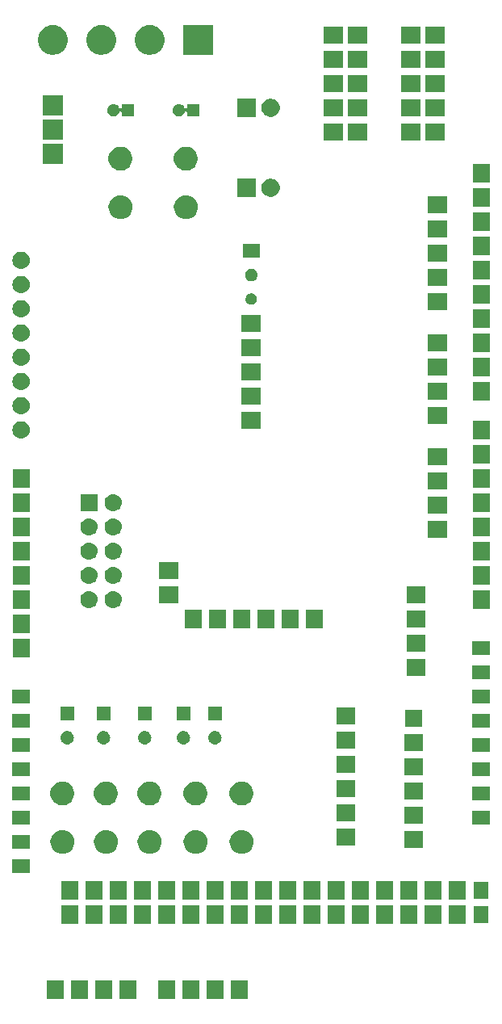
<source format=gbr>
G04 #@! TF.GenerationSoftware,KiCad,Pcbnew,(5.1.2)-2*
G04 #@! TF.CreationDate,2020-04-13T13:08:01+07:00*
G04 #@! TF.ProjectId,arduino_due_shield,61726475-696e-46f5-9f64-75655f736869,rev?*
G04 #@! TF.SameCoordinates,Original*
G04 #@! TF.FileFunction,Soldermask,Bot*
G04 #@! TF.FilePolarity,Negative*
%FSLAX46Y46*%
G04 Gerber Fmt 4.6, Leading zero omitted, Abs format (unit mm)*
G04 Created by KiCad (PCBNEW (5.1.2)-2) date 2020-04-13 13:08:01*
%MOMM*%
%LPD*%
G04 APERTURE LIST*
%ADD10C,0.100000*%
G04 APERTURE END LIST*
D10*
G36*
X114947000Y-146289000D02*
G01*
X113145000Y-146289000D01*
X113145000Y-144287000D01*
X114947000Y-144287000D01*
X114947000Y-146289000D01*
X114947000Y-146289000D01*
G37*
G36*
X120027000Y-146289000D02*
G01*
X118225000Y-146289000D01*
X118225000Y-144287000D01*
X120027000Y-144287000D01*
X120027000Y-146289000D01*
X120027000Y-146289000D01*
G37*
G36*
X103263000Y-146289000D02*
G01*
X101461000Y-146289000D01*
X101461000Y-144287000D01*
X103263000Y-144287000D01*
X103263000Y-146289000D01*
X103263000Y-146289000D01*
G37*
G36*
X105803000Y-146289000D02*
G01*
X104001000Y-146289000D01*
X104001000Y-144287000D01*
X105803000Y-144287000D01*
X105803000Y-146289000D01*
X105803000Y-146289000D01*
G37*
G36*
X108343000Y-146289000D02*
G01*
X106541000Y-146289000D01*
X106541000Y-144287000D01*
X108343000Y-144287000D01*
X108343000Y-146289000D01*
X108343000Y-146289000D01*
G37*
G36*
X122567000Y-146289000D02*
G01*
X120765000Y-146289000D01*
X120765000Y-144287000D01*
X122567000Y-144287000D01*
X122567000Y-146289000D01*
X122567000Y-146289000D01*
G37*
G36*
X110883000Y-146289000D02*
G01*
X109081000Y-146289000D01*
X109081000Y-144287000D01*
X110883000Y-144287000D01*
X110883000Y-146289000D01*
X110883000Y-146289000D01*
G37*
G36*
X117487000Y-146289000D02*
G01*
X115685000Y-146289000D01*
X115685000Y-144287000D01*
X117487000Y-144287000D01*
X117487000Y-146289000D01*
X117487000Y-146289000D01*
G37*
G36*
X114947000Y-138365000D02*
G01*
X113145000Y-138365000D01*
X113145000Y-136463000D01*
X114947000Y-136463000D01*
X114947000Y-138365000D01*
X114947000Y-138365000D01*
G37*
G36*
X137807000Y-138365000D02*
G01*
X136005000Y-138365000D01*
X136005000Y-136463000D01*
X137807000Y-136463000D01*
X137807000Y-138365000D01*
X137807000Y-138365000D01*
G37*
G36*
X135267000Y-138365000D02*
G01*
X133465000Y-138365000D01*
X133465000Y-136463000D01*
X135267000Y-136463000D01*
X135267000Y-138365000D01*
X135267000Y-138365000D01*
G37*
G36*
X132727000Y-138365000D02*
G01*
X130925000Y-138365000D01*
X130925000Y-136463000D01*
X132727000Y-136463000D01*
X132727000Y-138365000D01*
X132727000Y-138365000D01*
G37*
G36*
X130187000Y-138365000D02*
G01*
X128385000Y-138365000D01*
X128385000Y-136463000D01*
X130187000Y-136463000D01*
X130187000Y-138365000D01*
X130187000Y-138365000D01*
G37*
G36*
X127647000Y-138365000D02*
G01*
X125845000Y-138365000D01*
X125845000Y-136463000D01*
X127647000Y-136463000D01*
X127647000Y-138365000D01*
X127647000Y-138365000D01*
G37*
G36*
X125107000Y-138365000D02*
G01*
X123305000Y-138365000D01*
X123305000Y-136463000D01*
X125107000Y-136463000D01*
X125107000Y-138365000D01*
X125107000Y-138365000D01*
G37*
G36*
X122567000Y-138365000D02*
G01*
X120765000Y-138365000D01*
X120765000Y-136463000D01*
X122567000Y-136463000D01*
X122567000Y-138365000D01*
X122567000Y-138365000D01*
G37*
G36*
X120027000Y-138365000D02*
G01*
X118225000Y-138365000D01*
X118225000Y-136463000D01*
X120027000Y-136463000D01*
X120027000Y-138365000D01*
X120027000Y-138365000D01*
G37*
G36*
X142887000Y-138365000D02*
G01*
X141085000Y-138365000D01*
X141085000Y-136463000D01*
X142887000Y-136463000D01*
X142887000Y-138365000D01*
X142887000Y-138365000D01*
G37*
G36*
X112407000Y-138365000D02*
G01*
X110605000Y-138365000D01*
X110605000Y-136463000D01*
X112407000Y-136463000D01*
X112407000Y-138365000D01*
X112407000Y-138365000D01*
G37*
G36*
X109867000Y-138365000D02*
G01*
X108065000Y-138365000D01*
X108065000Y-136463000D01*
X109867000Y-136463000D01*
X109867000Y-138365000D01*
X109867000Y-138365000D01*
G37*
G36*
X107327000Y-138365000D02*
G01*
X105525000Y-138365000D01*
X105525000Y-136463000D01*
X107327000Y-136463000D01*
X107327000Y-138365000D01*
X107327000Y-138365000D01*
G37*
G36*
X104787000Y-138365000D02*
G01*
X102985000Y-138365000D01*
X102985000Y-136463000D01*
X104787000Y-136463000D01*
X104787000Y-138365000D01*
X104787000Y-138365000D01*
G37*
G36*
X145427000Y-138365000D02*
G01*
X143625000Y-138365000D01*
X143625000Y-136463000D01*
X145427000Y-136463000D01*
X145427000Y-138365000D01*
X145427000Y-138365000D01*
G37*
G36*
X140347000Y-138365000D02*
G01*
X138545000Y-138365000D01*
X138545000Y-136463000D01*
X140347000Y-136463000D01*
X140347000Y-138365000D01*
X140347000Y-138365000D01*
G37*
G36*
X117487000Y-138365000D02*
G01*
X115685000Y-138365000D01*
X115685000Y-136463000D01*
X117487000Y-136463000D01*
X117487000Y-138365000D01*
X117487000Y-138365000D01*
G37*
G36*
X147817000Y-138328600D02*
G01*
X146315000Y-138328600D01*
X146315000Y-136499400D01*
X147817000Y-136499400D01*
X147817000Y-138328600D01*
X147817000Y-138328600D01*
G37*
G36*
X112407000Y-135825000D02*
G01*
X110605000Y-135825000D01*
X110605000Y-133923000D01*
X112407000Y-133923000D01*
X112407000Y-135825000D01*
X112407000Y-135825000D01*
G37*
G36*
X127647000Y-135825000D02*
G01*
X125845000Y-135825000D01*
X125845000Y-133923000D01*
X127647000Y-133923000D01*
X127647000Y-135825000D01*
X127647000Y-135825000D01*
G37*
G36*
X114947000Y-135825000D02*
G01*
X113145000Y-135825000D01*
X113145000Y-133923000D01*
X114947000Y-133923000D01*
X114947000Y-135825000D01*
X114947000Y-135825000D01*
G37*
G36*
X145427000Y-135825000D02*
G01*
X143625000Y-135825000D01*
X143625000Y-133923000D01*
X145427000Y-133923000D01*
X145427000Y-135825000D01*
X145427000Y-135825000D01*
G37*
G36*
X120027000Y-135825000D02*
G01*
X118225000Y-135825000D01*
X118225000Y-133923000D01*
X120027000Y-133923000D01*
X120027000Y-135825000D01*
X120027000Y-135825000D01*
G37*
G36*
X122567000Y-135825000D02*
G01*
X120765000Y-135825000D01*
X120765000Y-133923000D01*
X122567000Y-133923000D01*
X122567000Y-135825000D01*
X122567000Y-135825000D01*
G37*
G36*
X132727000Y-135825000D02*
G01*
X130925000Y-135825000D01*
X130925000Y-133923000D01*
X132727000Y-133923000D01*
X132727000Y-135825000D01*
X132727000Y-135825000D01*
G37*
G36*
X125107000Y-135825000D02*
G01*
X123305000Y-135825000D01*
X123305000Y-133923000D01*
X125107000Y-133923000D01*
X125107000Y-135825000D01*
X125107000Y-135825000D01*
G37*
G36*
X130187000Y-135825000D02*
G01*
X128385000Y-135825000D01*
X128385000Y-133923000D01*
X130187000Y-133923000D01*
X130187000Y-135825000D01*
X130187000Y-135825000D01*
G37*
G36*
X117487000Y-135825000D02*
G01*
X115685000Y-135825000D01*
X115685000Y-133923000D01*
X117487000Y-133923000D01*
X117487000Y-135825000D01*
X117487000Y-135825000D01*
G37*
G36*
X107327000Y-135825000D02*
G01*
X105525000Y-135825000D01*
X105525000Y-133923000D01*
X107327000Y-133923000D01*
X107327000Y-135825000D01*
X107327000Y-135825000D01*
G37*
G36*
X104787000Y-135825000D02*
G01*
X102985000Y-135825000D01*
X102985000Y-133923000D01*
X104787000Y-133923000D01*
X104787000Y-135825000D01*
X104787000Y-135825000D01*
G37*
G36*
X140347000Y-135825000D02*
G01*
X138545000Y-135825000D01*
X138545000Y-133923000D01*
X140347000Y-133923000D01*
X140347000Y-135825000D01*
X140347000Y-135825000D01*
G37*
G36*
X137807000Y-135825000D02*
G01*
X136005000Y-135825000D01*
X136005000Y-133923000D01*
X137807000Y-133923000D01*
X137807000Y-135825000D01*
X137807000Y-135825000D01*
G37*
G36*
X135267000Y-135825000D02*
G01*
X133465000Y-135825000D01*
X133465000Y-133923000D01*
X135267000Y-133923000D01*
X135267000Y-135825000D01*
X135267000Y-135825000D01*
G37*
G36*
X142887000Y-135825000D02*
G01*
X141085000Y-135825000D01*
X141085000Y-133923000D01*
X142887000Y-133923000D01*
X142887000Y-135825000D01*
X142887000Y-135825000D01*
G37*
G36*
X109867000Y-135825000D02*
G01*
X108065000Y-135825000D01*
X108065000Y-133923000D01*
X109867000Y-133923000D01*
X109867000Y-135825000D01*
X109867000Y-135825000D01*
G37*
G36*
X147817000Y-135788600D02*
G01*
X146315000Y-135788600D01*
X146315000Y-133959400D01*
X147817000Y-133959400D01*
X147817000Y-135788600D01*
X147817000Y-135788600D01*
G37*
G36*
X99720600Y-133085000D02*
G01*
X97891400Y-133085000D01*
X97891400Y-131583000D01*
X99720600Y-131583000D01*
X99720600Y-133085000D01*
X99720600Y-133085000D01*
G37*
G36*
X122165239Y-128561101D02*
G01*
X122401053Y-128632634D01*
X122618381Y-128748799D01*
X122808871Y-128905129D01*
X122965201Y-129095619D01*
X123081366Y-129312947D01*
X123152899Y-129548761D01*
X123177053Y-129794000D01*
X123152899Y-130039239D01*
X123081366Y-130275053D01*
X122965201Y-130492381D01*
X122808871Y-130682871D01*
X122618381Y-130839201D01*
X122401053Y-130955366D01*
X122165239Y-131026899D01*
X121981457Y-131045000D01*
X121858543Y-131045000D01*
X121674761Y-131026899D01*
X121438947Y-130955366D01*
X121221619Y-130839201D01*
X121031129Y-130682871D01*
X120874799Y-130492381D01*
X120758634Y-130275053D01*
X120687101Y-130039239D01*
X120662947Y-129794000D01*
X120687101Y-129548761D01*
X120758634Y-129312947D01*
X120874799Y-129095619D01*
X121031129Y-128905129D01*
X121221619Y-128748799D01*
X121438947Y-128632634D01*
X121674761Y-128561101D01*
X121858543Y-128543000D01*
X121981457Y-128543000D01*
X122165239Y-128561101D01*
X122165239Y-128561101D01*
G37*
G36*
X103369239Y-128561101D02*
G01*
X103605053Y-128632634D01*
X103822381Y-128748799D01*
X104012871Y-128905129D01*
X104169201Y-129095619D01*
X104285366Y-129312947D01*
X104356899Y-129548761D01*
X104381053Y-129794000D01*
X104356899Y-130039239D01*
X104285366Y-130275053D01*
X104169201Y-130492381D01*
X104012871Y-130682871D01*
X103822381Y-130839201D01*
X103605053Y-130955366D01*
X103369239Y-131026899D01*
X103185457Y-131045000D01*
X103062543Y-131045000D01*
X102878761Y-131026899D01*
X102642947Y-130955366D01*
X102425619Y-130839201D01*
X102235129Y-130682871D01*
X102078799Y-130492381D01*
X101962634Y-130275053D01*
X101891101Y-130039239D01*
X101866947Y-129794000D01*
X101891101Y-129548761D01*
X101962634Y-129312947D01*
X102078799Y-129095619D01*
X102235129Y-128905129D01*
X102425619Y-128748799D01*
X102642947Y-128632634D01*
X102878761Y-128561101D01*
X103062543Y-128543000D01*
X103185457Y-128543000D01*
X103369239Y-128561101D01*
X103369239Y-128561101D01*
G37*
G36*
X107941239Y-128561101D02*
G01*
X108177053Y-128632634D01*
X108394381Y-128748799D01*
X108584871Y-128905129D01*
X108741201Y-129095619D01*
X108857366Y-129312947D01*
X108928899Y-129548761D01*
X108953053Y-129794000D01*
X108928899Y-130039239D01*
X108857366Y-130275053D01*
X108741201Y-130492381D01*
X108584871Y-130682871D01*
X108394381Y-130839201D01*
X108177053Y-130955366D01*
X107941239Y-131026899D01*
X107757457Y-131045000D01*
X107634543Y-131045000D01*
X107450761Y-131026899D01*
X107214947Y-130955366D01*
X106997619Y-130839201D01*
X106807129Y-130682871D01*
X106650799Y-130492381D01*
X106534634Y-130275053D01*
X106463101Y-130039239D01*
X106438947Y-129794000D01*
X106463101Y-129548761D01*
X106534634Y-129312947D01*
X106650799Y-129095619D01*
X106807129Y-128905129D01*
X106997619Y-128748799D01*
X107214947Y-128632634D01*
X107450761Y-128561101D01*
X107634543Y-128543000D01*
X107757457Y-128543000D01*
X107941239Y-128561101D01*
X107941239Y-128561101D01*
G37*
G36*
X112513239Y-128561101D02*
G01*
X112749053Y-128632634D01*
X112966381Y-128748799D01*
X113156871Y-128905129D01*
X113313201Y-129095619D01*
X113429366Y-129312947D01*
X113500899Y-129548761D01*
X113525053Y-129794000D01*
X113500899Y-130039239D01*
X113429366Y-130275053D01*
X113313201Y-130492381D01*
X113156871Y-130682871D01*
X112966381Y-130839201D01*
X112749053Y-130955366D01*
X112513239Y-131026899D01*
X112329457Y-131045000D01*
X112206543Y-131045000D01*
X112022761Y-131026899D01*
X111786947Y-130955366D01*
X111569619Y-130839201D01*
X111379129Y-130682871D01*
X111222799Y-130492381D01*
X111106634Y-130275053D01*
X111035101Y-130039239D01*
X111010947Y-129794000D01*
X111035101Y-129548761D01*
X111106634Y-129312947D01*
X111222799Y-129095619D01*
X111379129Y-128905129D01*
X111569619Y-128748799D01*
X111786947Y-128632634D01*
X112022761Y-128561101D01*
X112206543Y-128543000D01*
X112329457Y-128543000D01*
X112513239Y-128561101D01*
X112513239Y-128561101D01*
G37*
G36*
X117339239Y-128561101D02*
G01*
X117575053Y-128632634D01*
X117792381Y-128748799D01*
X117982871Y-128905129D01*
X118139201Y-129095619D01*
X118255366Y-129312947D01*
X118326899Y-129548761D01*
X118351053Y-129794000D01*
X118326899Y-130039239D01*
X118255366Y-130275053D01*
X118139201Y-130492381D01*
X117982871Y-130682871D01*
X117792381Y-130839201D01*
X117575053Y-130955366D01*
X117339239Y-131026899D01*
X117155457Y-131045000D01*
X117032543Y-131045000D01*
X116848761Y-131026899D01*
X116612947Y-130955366D01*
X116395619Y-130839201D01*
X116205129Y-130682871D01*
X116048799Y-130492381D01*
X115932634Y-130275053D01*
X115861101Y-130039239D01*
X115836947Y-129794000D01*
X115861101Y-129548761D01*
X115932634Y-129312947D01*
X116048799Y-129095619D01*
X116205129Y-128905129D01*
X116395619Y-128748799D01*
X116612947Y-128632634D01*
X116848761Y-128561101D01*
X117032543Y-128543000D01*
X117155457Y-128543000D01*
X117339239Y-128561101D01*
X117339239Y-128561101D01*
G37*
G36*
X99720600Y-130545000D02*
G01*
X97891400Y-130545000D01*
X97891400Y-129043000D01*
X99720600Y-129043000D01*
X99720600Y-130545000D01*
X99720600Y-130545000D01*
G37*
G36*
X140905000Y-130441000D02*
G01*
X139003000Y-130441000D01*
X139003000Y-128639000D01*
X140905000Y-128639000D01*
X140905000Y-130441000D01*
X140905000Y-130441000D01*
G37*
G36*
X133793000Y-130187000D02*
G01*
X131891000Y-130187000D01*
X131891000Y-128385000D01*
X133793000Y-128385000D01*
X133793000Y-130187000D01*
X133793000Y-130187000D01*
G37*
G36*
X147980600Y-128005000D02*
G01*
X146151400Y-128005000D01*
X146151400Y-126503000D01*
X147980600Y-126503000D01*
X147980600Y-128005000D01*
X147980600Y-128005000D01*
G37*
G36*
X99720600Y-128005000D02*
G01*
X97891400Y-128005000D01*
X97891400Y-126503000D01*
X99720600Y-126503000D01*
X99720600Y-128005000D01*
X99720600Y-128005000D01*
G37*
G36*
X140905000Y-127901000D02*
G01*
X139003000Y-127901000D01*
X139003000Y-126099000D01*
X140905000Y-126099000D01*
X140905000Y-127901000D01*
X140905000Y-127901000D01*
G37*
G36*
X133793000Y-127647000D02*
G01*
X131891000Y-127647000D01*
X131891000Y-125845000D01*
X133793000Y-125845000D01*
X133793000Y-127647000D01*
X133793000Y-127647000D01*
G37*
G36*
X122284903Y-123511075D02*
G01*
X122400605Y-123559000D01*
X122512571Y-123605378D01*
X122717466Y-123742285D01*
X122891715Y-123916534D01*
X123028622Y-124121429D01*
X123122925Y-124349097D01*
X123171000Y-124590787D01*
X123171000Y-124837213D01*
X123122925Y-125078903D01*
X123028622Y-125306571D01*
X122891715Y-125511466D01*
X122717466Y-125685715D01*
X122512571Y-125822622D01*
X122512570Y-125822623D01*
X122512569Y-125822623D01*
X122284903Y-125916925D01*
X122043214Y-125965000D01*
X121796786Y-125965000D01*
X121555097Y-125916925D01*
X121327431Y-125822623D01*
X121327430Y-125822623D01*
X121327429Y-125822622D01*
X121122534Y-125685715D01*
X120948285Y-125511466D01*
X120811378Y-125306571D01*
X120717075Y-125078903D01*
X120669000Y-124837213D01*
X120669000Y-124590787D01*
X120717075Y-124349097D01*
X120811378Y-124121429D01*
X120948285Y-123916534D01*
X121122534Y-123742285D01*
X121327429Y-123605378D01*
X121439396Y-123559000D01*
X121555097Y-123511075D01*
X121796786Y-123463000D01*
X122043214Y-123463000D01*
X122284903Y-123511075D01*
X122284903Y-123511075D01*
G37*
G36*
X103488903Y-123511075D02*
G01*
X103604605Y-123559000D01*
X103716571Y-123605378D01*
X103921466Y-123742285D01*
X104095715Y-123916534D01*
X104232622Y-124121429D01*
X104326925Y-124349097D01*
X104375000Y-124590787D01*
X104375000Y-124837213D01*
X104326925Y-125078903D01*
X104232622Y-125306571D01*
X104095715Y-125511466D01*
X103921466Y-125685715D01*
X103716571Y-125822622D01*
X103716570Y-125822623D01*
X103716569Y-125822623D01*
X103488903Y-125916925D01*
X103247214Y-125965000D01*
X103000786Y-125965000D01*
X102759097Y-125916925D01*
X102531431Y-125822623D01*
X102531430Y-125822623D01*
X102531429Y-125822622D01*
X102326534Y-125685715D01*
X102152285Y-125511466D01*
X102015378Y-125306571D01*
X101921075Y-125078903D01*
X101873000Y-124837213D01*
X101873000Y-124590787D01*
X101921075Y-124349097D01*
X102015378Y-124121429D01*
X102152285Y-123916534D01*
X102326534Y-123742285D01*
X102531429Y-123605378D01*
X102643396Y-123559000D01*
X102759097Y-123511075D01*
X103000786Y-123463000D01*
X103247214Y-123463000D01*
X103488903Y-123511075D01*
X103488903Y-123511075D01*
G37*
G36*
X108060903Y-123511075D02*
G01*
X108176605Y-123559000D01*
X108288571Y-123605378D01*
X108493466Y-123742285D01*
X108667715Y-123916534D01*
X108804622Y-124121429D01*
X108898925Y-124349097D01*
X108947000Y-124590787D01*
X108947000Y-124837213D01*
X108898925Y-125078903D01*
X108804622Y-125306571D01*
X108667715Y-125511466D01*
X108493466Y-125685715D01*
X108288571Y-125822622D01*
X108288570Y-125822623D01*
X108288569Y-125822623D01*
X108060903Y-125916925D01*
X107819214Y-125965000D01*
X107572786Y-125965000D01*
X107331097Y-125916925D01*
X107103431Y-125822623D01*
X107103430Y-125822623D01*
X107103429Y-125822622D01*
X106898534Y-125685715D01*
X106724285Y-125511466D01*
X106587378Y-125306571D01*
X106493075Y-125078903D01*
X106445000Y-124837213D01*
X106445000Y-124590787D01*
X106493075Y-124349097D01*
X106587378Y-124121429D01*
X106724285Y-123916534D01*
X106898534Y-123742285D01*
X107103429Y-123605378D01*
X107215396Y-123559000D01*
X107331097Y-123511075D01*
X107572786Y-123463000D01*
X107819214Y-123463000D01*
X108060903Y-123511075D01*
X108060903Y-123511075D01*
G37*
G36*
X117458903Y-123511075D02*
G01*
X117574605Y-123559000D01*
X117686571Y-123605378D01*
X117891466Y-123742285D01*
X118065715Y-123916534D01*
X118202622Y-124121429D01*
X118296925Y-124349097D01*
X118345000Y-124590787D01*
X118345000Y-124837213D01*
X118296925Y-125078903D01*
X118202622Y-125306571D01*
X118065715Y-125511466D01*
X117891466Y-125685715D01*
X117686571Y-125822622D01*
X117686570Y-125822623D01*
X117686569Y-125822623D01*
X117458903Y-125916925D01*
X117217214Y-125965000D01*
X116970786Y-125965000D01*
X116729097Y-125916925D01*
X116501431Y-125822623D01*
X116501430Y-125822623D01*
X116501429Y-125822622D01*
X116296534Y-125685715D01*
X116122285Y-125511466D01*
X115985378Y-125306571D01*
X115891075Y-125078903D01*
X115843000Y-124837213D01*
X115843000Y-124590787D01*
X115891075Y-124349097D01*
X115985378Y-124121429D01*
X116122285Y-123916534D01*
X116296534Y-123742285D01*
X116501429Y-123605378D01*
X116613396Y-123559000D01*
X116729097Y-123511075D01*
X116970786Y-123463000D01*
X117217214Y-123463000D01*
X117458903Y-123511075D01*
X117458903Y-123511075D01*
G37*
G36*
X112632903Y-123511075D02*
G01*
X112748605Y-123559000D01*
X112860571Y-123605378D01*
X113065466Y-123742285D01*
X113239715Y-123916534D01*
X113376622Y-124121429D01*
X113470925Y-124349097D01*
X113519000Y-124590787D01*
X113519000Y-124837213D01*
X113470925Y-125078903D01*
X113376622Y-125306571D01*
X113239715Y-125511466D01*
X113065466Y-125685715D01*
X112860571Y-125822622D01*
X112860570Y-125822623D01*
X112860569Y-125822623D01*
X112632903Y-125916925D01*
X112391214Y-125965000D01*
X112144786Y-125965000D01*
X111903097Y-125916925D01*
X111675431Y-125822623D01*
X111675430Y-125822623D01*
X111675429Y-125822622D01*
X111470534Y-125685715D01*
X111296285Y-125511466D01*
X111159378Y-125306571D01*
X111065075Y-125078903D01*
X111017000Y-124837213D01*
X111017000Y-124590787D01*
X111065075Y-124349097D01*
X111159378Y-124121429D01*
X111296285Y-123916534D01*
X111470534Y-123742285D01*
X111675429Y-123605378D01*
X111787396Y-123559000D01*
X111903097Y-123511075D01*
X112144786Y-123463000D01*
X112391214Y-123463000D01*
X112632903Y-123511075D01*
X112632903Y-123511075D01*
G37*
G36*
X99720600Y-125465000D02*
G01*
X97891400Y-125465000D01*
X97891400Y-123963000D01*
X99720600Y-123963000D01*
X99720600Y-125465000D01*
X99720600Y-125465000D01*
G37*
G36*
X147980600Y-125465000D02*
G01*
X146151400Y-125465000D01*
X146151400Y-123963000D01*
X147980600Y-123963000D01*
X147980600Y-125465000D01*
X147980600Y-125465000D01*
G37*
G36*
X140905000Y-125361000D02*
G01*
X139003000Y-125361000D01*
X139003000Y-123559000D01*
X140905000Y-123559000D01*
X140905000Y-125361000D01*
X140905000Y-125361000D01*
G37*
G36*
X133793000Y-125107000D02*
G01*
X131891000Y-125107000D01*
X131891000Y-123305000D01*
X133793000Y-123305000D01*
X133793000Y-125107000D01*
X133793000Y-125107000D01*
G37*
G36*
X147980600Y-122925000D02*
G01*
X146151400Y-122925000D01*
X146151400Y-121423000D01*
X147980600Y-121423000D01*
X147980600Y-122925000D01*
X147980600Y-122925000D01*
G37*
G36*
X99720600Y-122925000D02*
G01*
X97891400Y-122925000D01*
X97891400Y-121423000D01*
X99720600Y-121423000D01*
X99720600Y-122925000D01*
X99720600Y-122925000D01*
G37*
G36*
X140905000Y-122821000D02*
G01*
X139003000Y-122821000D01*
X139003000Y-121019000D01*
X140905000Y-121019000D01*
X140905000Y-122821000D01*
X140905000Y-122821000D01*
G37*
G36*
X133793000Y-122567000D02*
G01*
X131891000Y-122567000D01*
X131891000Y-120765000D01*
X133793000Y-120765000D01*
X133793000Y-122567000D01*
X133793000Y-122567000D01*
G37*
G36*
X99720600Y-120385000D02*
G01*
X97891400Y-120385000D01*
X97891400Y-118883000D01*
X99720600Y-118883000D01*
X99720600Y-120385000D01*
X99720600Y-120385000D01*
G37*
G36*
X147980600Y-120385000D02*
G01*
X146151400Y-120385000D01*
X146151400Y-118883000D01*
X147980600Y-118883000D01*
X147980600Y-120385000D01*
X147980600Y-120385000D01*
G37*
G36*
X140905000Y-120281000D02*
G01*
X139003000Y-120281000D01*
X139003000Y-118479000D01*
X140905000Y-118479000D01*
X140905000Y-120281000D01*
X140905000Y-120281000D01*
G37*
G36*
X133793000Y-120027000D02*
G01*
X131891000Y-120027000D01*
X131891000Y-118225000D01*
X133793000Y-118225000D01*
X133793000Y-120027000D01*
X133793000Y-120027000D01*
G37*
G36*
X115961421Y-118181143D02*
G01*
X116093557Y-118221227D01*
X116093559Y-118221228D01*
X116215339Y-118286320D01*
X116215341Y-118286321D01*
X116215340Y-118286321D01*
X116322080Y-118373920D01*
X116409679Y-118480660D01*
X116474773Y-118602443D01*
X116514857Y-118734579D01*
X116528391Y-118872000D01*
X116514857Y-119009421D01*
X116474773Y-119141557D01*
X116474772Y-119141559D01*
X116409680Y-119263339D01*
X116322080Y-119370080D01*
X116215339Y-119457680D01*
X116093559Y-119522772D01*
X116093557Y-119522773D01*
X115961421Y-119562857D01*
X115858432Y-119573000D01*
X115789568Y-119573000D01*
X115686579Y-119562857D01*
X115554443Y-119522773D01*
X115554441Y-119522772D01*
X115432661Y-119457680D01*
X115325920Y-119370080D01*
X115238320Y-119263339D01*
X115173228Y-119141559D01*
X115173227Y-119141557D01*
X115133143Y-119009421D01*
X115119609Y-118872000D01*
X115133143Y-118734579D01*
X115173227Y-118602443D01*
X115238321Y-118480660D01*
X115325920Y-118373920D01*
X115432660Y-118286321D01*
X115432659Y-118286321D01*
X115432661Y-118286320D01*
X115554441Y-118221228D01*
X115554443Y-118221227D01*
X115686579Y-118181143D01*
X115789568Y-118171000D01*
X115858432Y-118171000D01*
X115961421Y-118181143D01*
X115961421Y-118181143D01*
G37*
G36*
X111897421Y-118181143D02*
G01*
X112029557Y-118221227D01*
X112029559Y-118221228D01*
X112151339Y-118286320D01*
X112151341Y-118286321D01*
X112151340Y-118286321D01*
X112258080Y-118373920D01*
X112345679Y-118480660D01*
X112410773Y-118602443D01*
X112450857Y-118734579D01*
X112464391Y-118872000D01*
X112450857Y-119009421D01*
X112410773Y-119141557D01*
X112410772Y-119141559D01*
X112345680Y-119263339D01*
X112258080Y-119370080D01*
X112151339Y-119457680D01*
X112029559Y-119522772D01*
X112029557Y-119522773D01*
X111897421Y-119562857D01*
X111794432Y-119573000D01*
X111725568Y-119573000D01*
X111622579Y-119562857D01*
X111490443Y-119522773D01*
X111490441Y-119522772D01*
X111368661Y-119457680D01*
X111261920Y-119370080D01*
X111174320Y-119263339D01*
X111109228Y-119141559D01*
X111109227Y-119141557D01*
X111069143Y-119009421D01*
X111055609Y-118872000D01*
X111069143Y-118734579D01*
X111109227Y-118602443D01*
X111174321Y-118480660D01*
X111261920Y-118373920D01*
X111368660Y-118286321D01*
X111368659Y-118286321D01*
X111368661Y-118286320D01*
X111490441Y-118221228D01*
X111490443Y-118221227D01*
X111622579Y-118181143D01*
X111725568Y-118171000D01*
X111794432Y-118171000D01*
X111897421Y-118181143D01*
X111897421Y-118181143D01*
G37*
G36*
X119263421Y-118181143D02*
G01*
X119395557Y-118221227D01*
X119395559Y-118221228D01*
X119517339Y-118286320D01*
X119517341Y-118286321D01*
X119517340Y-118286321D01*
X119624080Y-118373920D01*
X119711679Y-118480660D01*
X119776773Y-118602443D01*
X119816857Y-118734579D01*
X119830391Y-118872000D01*
X119816857Y-119009421D01*
X119776773Y-119141557D01*
X119776772Y-119141559D01*
X119711680Y-119263339D01*
X119624080Y-119370080D01*
X119517339Y-119457680D01*
X119395559Y-119522772D01*
X119395557Y-119522773D01*
X119263421Y-119562857D01*
X119160432Y-119573000D01*
X119091568Y-119573000D01*
X118988579Y-119562857D01*
X118856443Y-119522773D01*
X118856441Y-119522772D01*
X118734661Y-119457680D01*
X118627920Y-119370080D01*
X118540320Y-119263339D01*
X118475228Y-119141559D01*
X118475227Y-119141557D01*
X118435143Y-119009421D01*
X118421609Y-118872000D01*
X118435143Y-118734579D01*
X118475227Y-118602443D01*
X118540321Y-118480660D01*
X118627920Y-118373920D01*
X118734660Y-118286321D01*
X118734659Y-118286321D01*
X118734661Y-118286320D01*
X118856441Y-118221228D01*
X118856443Y-118221227D01*
X118988579Y-118181143D01*
X119091568Y-118171000D01*
X119160432Y-118171000D01*
X119263421Y-118181143D01*
X119263421Y-118181143D01*
G37*
G36*
X107579421Y-118181143D02*
G01*
X107711557Y-118221227D01*
X107711559Y-118221228D01*
X107833339Y-118286320D01*
X107833341Y-118286321D01*
X107833340Y-118286321D01*
X107940080Y-118373920D01*
X108027679Y-118480660D01*
X108092773Y-118602443D01*
X108132857Y-118734579D01*
X108146391Y-118872000D01*
X108132857Y-119009421D01*
X108092773Y-119141557D01*
X108092772Y-119141559D01*
X108027680Y-119263339D01*
X107940080Y-119370080D01*
X107833339Y-119457680D01*
X107711559Y-119522772D01*
X107711557Y-119522773D01*
X107579421Y-119562857D01*
X107476432Y-119573000D01*
X107407568Y-119573000D01*
X107304579Y-119562857D01*
X107172443Y-119522773D01*
X107172441Y-119522772D01*
X107050661Y-119457680D01*
X106943920Y-119370080D01*
X106856320Y-119263339D01*
X106791228Y-119141559D01*
X106791227Y-119141557D01*
X106751143Y-119009421D01*
X106737609Y-118872000D01*
X106751143Y-118734579D01*
X106791227Y-118602443D01*
X106856321Y-118480660D01*
X106943920Y-118373920D01*
X107050660Y-118286321D01*
X107050659Y-118286321D01*
X107050661Y-118286320D01*
X107172441Y-118221228D01*
X107172443Y-118221227D01*
X107304579Y-118181143D01*
X107407568Y-118171000D01*
X107476432Y-118171000D01*
X107579421Y-118181143D01*
X107579421Y-118181143D01*
G37*
G36*
X103769421Y-118181143D02*
G01*
X103901557Y-118221227D01*
X103901559Y-118221228D01*
X104023339Y-118286320D01*
X104023341Y-118286321D01*
X104023340Y-118286321D01*
X104130080Y-118373920D01*
X104217679Y-118480660D01*
X104282773Y-118602443D01*
X104322857Y-118734579D01*
X104336391Y-118872000D01*
X104322857Y-119009421D01*
X104282773Y-119141557D01*
X104282772Y-119141559D01*
X104217680Y-119263339D01*
X104130080Y-119370080D01*
X104023339Y-119457680D01*
X103901559Y-119522772D01*
X103901557Y-119522773D01*
X103769421Y-119562857D01*
X103666432Y-119573000D01*
X103597568Y-119573000D01*
X103494579Y-119562857D01*
X103362443Y-119522773D01*
X103362441Y-119522772D01*
X103240661Y-119457680D01*
X103133920Y-119370080D01*
X103046320Y-119263339D01*
X102981228Y-119141559D01*
X102981227Y-119141557D01*
X102941143Y-119009421D01*
X102927609Y-118872000D01*
X102941143Y-118734579D01*
X102981227Y-118602443D01*
X103046321Y-118480660D01*
X103133920Y-118373920D01*
X103240660Y-118286321D01*
X103240659Y-118286321D01*
X103240661Y-118286320D01*
X103362441Y-118221228D01*
X103362443Y-118221227D01*
X103494579Y-118181143D01*
X103597568Y-118171000D01*
X103666432Y-118171000D01*
X103769421Y-118181143D01*
X103769421Y-118181143D01*
G37*
G36*
X99720600Y-117845000D02*
G01*
X97891400Y-117845000D01*
X97891400Y-116343000D01*
X99720600Y-116343000D01*
X99720600Y-117845000D01*
X99720600Y-117845000D01*
G37*
G36*
X147980600Y-117845000D02*
G01*
X146151400Y-117845000D01*
X146151400Y-116343000D01*
X147980600Y-116343000D01*
X147980600Y-117845000D01*
X147980600Y-117845000D01*
G37*
G36*
X140855000Y-117741000D02*
G01*
X139053000Y-117741000D01*
X139053000Y-115939000D01*
X140855000Y-115939000D01*
X140855000Y-117741000D01*
X140855000Y-117741000D01*
G37*
G36*
X133793000Y-117487000D02*
G01*
X131891000Y-117487000D01*
X131891000Y-115685000D01*
X133793000Y-115685000D01*
X133793000Y-117487000D01*
X133793000Y-117487000D01*
G37*
G36*
X104333000Y-117033000D02*
G01*
X102931000Y-117033000D01*
X102931000Y-115631000D01*
X104333000Y-115631000D01*
X104333000Y-117033000D01*
X104333000Y-117033000D01*
G37*
G36*
X119827000Y-117033000D02*
G01*
X118425000Y-117033000D01*
X118425000Y-115631000D01*
X119827000Y-115631000D01*
X119827000Y-117033000D01*
X119827000Y-117033000D01*
G37*
G36*
X112461000Y-117033000D02*
G01*
X111059000Y-117033000D01*
X111059000Y-115631000D01*
X112461000Y-115631000D01*
X112461000Y-117033000D01*
X112461000Y-117033000D01*
G37*
G36*
X108143000Y-117033000D02*
G01*
X106741000Y-117033000D01*
X106741000Y-115631000D01*
X108143000Y-115631000D01*
X108143000Y-117033000D01*
X108143000Y-117033000D01*
G37*
G36*
X116525000Y-117033000D02*
G01*
X115123000Y-117033000D01*
X115123000Y-115631000D01*
X116525000Y-115631000D01*
X116525000Y-117033000D01*
X116525000Y-117033000D01*
G37*
G36*
X99720600Y-115305000D02*
G01*
X97891400Y-115305000D01*
X97891400Y-113803000D01*
X99720600Y-113803000D01*
X99720600Y-115305000D01*
X99720600Y-115305000D01*
G37*
G36*
X147980600Y-115305000D02*
G01*
X146151400Y-115305000D01*
X146151400Y-113803000D01*
X147980600Y-113803000D01*
X147980600Y-115305000D01*
X147980600Y-115305000D01*
G37*
G36*
X147980600Y-112765000D02*
G01*
X146151400Y-112765000D01*
X146151400Y-111263000D01*
X147980600Y-111263000D01*
X147980600Y-112765000D01*
X147980600Y-112765000D01*
G37*
G36*
X141159000Y-112407000D02*
G01*
X139257000Y-112407000D01*
X139257000Y-110605000D01*
X141159000Y-110605000D01*
X141159000Y-112407000D01*
X141159000Y-112407000D01*
G37*
G36*
X99707000Y-110475000D02*
G01*
X97905000Y-110475000D01*
X97905000Y-108473000D01*
X99707000Y-108473000D01*
X99707000Y-110475000D01*
X99707000Y-110475000D01*
G37*
G36*
X147980600Y-110225000D02*
G01*
X146151400Y-110225000D01*
X146151400Y-108723000D01*
X147980600Y-108723000D01*
X147980600Y-110225000D01*
X147980600Y-110225000D01*
G37*
G36*
X141159000Y-109867000D02*
G01*
X139257000Y-109867000D01*
X139257000Y-108065000D01*
X141159000Y-108065000D01*
X141159000Y-109867000D01*
X141159000Y-109867000D01*
G37*
G36*
X99707000Y-107935000D02*
G01*
X97905000Y-107935000D01*
X97905000Y-105933000D01*
X99707000Y-105933000D01*
X99707000Y-107935000D01*
X99707000Y-107935000D01*
G37*
G36*
X130441000Y-107427000D02*
G01*
X128639000Y-107427000D01*
X128639000Y-105425000D01*
X130441000Y-105425000D01*
X130441000Y-107427000D01*
X130441000Y-107427000D01*
G37*
G36*
X120281000Y-107427000D02*
G01*
X118479000Y-107427000D01*
X118479000Y-105425000D01*
X120281000Y-105425000D01*
X120281000Y-107427000D01*
X120281000Y-107427000D01*
G37*
G36*
X127901000Y-107427000D02*
G01*
X126099000Y-107427000D01*
X126099000Y-105425000D01*
X127901000Y-105425000D01*
X127901000Y-107427000D01*
X127901000Y-107427000D01*
G37*
G36*
X125361000Y-107427000D02*
G01*
X123559000Y-107427000D01*
X123559000Y-105425000D01*
X125361000Y-105425000D01*
X125361000Y-107427000D01*
X125361000Y-107427000D01*
G37*
G36*
X122821000Y-107427000D02*
G01*
X121019000Y-107427000D01*
X121019000Y-105425000D01*
X122821000Y-105425000D01*
X122821000Y-107427000D01*
X122821000Y-107427000D01*
G37*
G36*
X117741000Y-107427000D02*
G01*
X115939000Y-107427000D01*
X115939000Y-105425000D01*
X117741000Y-105425000D01*
X117741000Y-107427000D01*
X117741000Y-107427000D01*
G37*
G36*
X141159000Y-107327000D02*
G01*
X139257000Y-107327000D01*
X139257000Y-105525000D01*
X141159000Y-105525000D01*
X141159000Y-107327000D01*
X141159000Y-107327000D01*
G37*
G36*
X99707000Y-105395000D02*
G01*
X97905000Y-105395000D01*
X97905000Y-103393000D01*
X99707000Y-103393000D01*
X99707000Y-105395000D01*
X99707000Y-105395000D01*
G37*
G36*
X147967000Y-105395000D02*
G01*
X146165000Y-105395000D01*
X146165000Y-103393000D01*
X147967000Y-103393000D01*
X147967000Y-105395000D01*
X147967000Y-105395000D01*
G37*
G36*
X106028442Y-103499518D02*
G01*
X106094627Y-103506037D01*
X106264466Y-103557557D01*
X106420991Y-103641222D01*
X106456729Y-103670552D01*
X106558186Y-103753814D01*
X106641448Y-103855271D01*
X106670778Y-103891009D01*
X106754443Y-104047534D01*
X106805963Y-104217373D01*
X106823359Y-104394000D01*
X106805963Y-104570627D01*
X106754443Y-104740466D01*
X106670778Y-104896991D01*
X106641448Y-104932729D01*
X106558186Y-105034186D01*
X106456729Y-105117448D01*
X106420991Y-105146778D01*
X106264466Y-105230443D01*
X106094627Y-105281963D01*
X106028443Y-105288481D01*
X105962260Y-105295000D01*
X105873740Y-105295000D01*
X105807558Y-105288482D01*
X105741373Y-105281963D01*
X105571534Y-105230443D01*
X105415009Y-105146778D01*
X105379271Y-105117448D01*
X105277814Y-105034186D01*
X105194552Y-104932729D01*
X105165222Y-104896991D01*
X105081557Y-104740466D01*
X105030037Y-104570627D01*
X105012641Y-104394000D01*
X105030037Y-104217373D01*
X105081557Y-104047534D01*
X105165222Y-103891009D01*
X105194552Y-103855271D01*
X105277814Y-103753814D01*
X105379271Y-103670552D01*
X105415009Y-103641222D01*
X105571534Y-103557557D01*
X105741373Y-103506037D01*
X105807557Y-103499519D01*
X105873740Y-103493000D01*
X105962260Y-103493000D01*
X106028442Y-103499518D01*
X106028442Y-103499518D01*
G37*
G36*
X108568442Y-103499518D02*
G01*
X108634627Y-103506037D01*
X108804466Y-103557557D01*
X108960991Y-103641222D01*
X108996729Y-103670552D01*
X109098186Y-103753814D01*
X109181448Y-103855271D01*
X109210778Y-103891009D01*
X109294443Y-104047534D01*
X109345963Y-104217373D01*
X109363359Y-104394000D01*
X109345963Y-104570627D01*
X109294443Y-104740466D01*
X109210778Y-104896991D01*
X109181448Y-104932729D01*
X109098186Y-105034186D01*
X108996729Y-105117448D01*
X108960991Y-105146778D01*
X108804466Y-105230443D01*
X108634627Y-105281963D01*
X108568443Y-105288481D01*
X108502260Y-105295000D01*
X108413740Y-105295000D01*
X108347558Y-105288482D01*
X108281373Y-105281963D01*
X108111534Y-105230443D01*
X107955009Y-105146778D01*
X107919271Y-105117448D01*
X107817814Y-105034186D01*
X107734552Y-104932729D01*
X107705222Y-104896991D01*
X107621557Y-104740466D01*
X107570037Y-104570627D01*
X107552641Y-104394000D01*
X107570037Y-104217373D01*
X107621557Y-104047534D01*
X107705222Y-103891009D01*
X107734552Y-103855271D01*
X107817814Y-103753814D01*
X107919271Y-103670552D01*
X107955009Y-103641222D01*
X108111534Y-103557557D01*
X108281373Y-103506037D01*
X108347557Y-103499519D01*
X108413740Y-103493000D01*
X108502260Y-103493000D01*
X108568442Y-103499518D01*
X108568442Y-103499518D01*
G37*
G36*
X115301000Y-104787000D02*
G01*
X113299000Y-104787000D01*
X113299000Y-102985000D01*
X115301000Y-102985000D01*
X115301000Y-104787000D01*
X115301000Y-104787000D01*
G37*
G36*
X141159000Y-104787000D02*
G01*
X139257000Y-104787000D01*
X139257000Y-102985000D01*
X141159000Y-102985000D01*
X141159000Y-104787000D01*
X141159000Y-104787000D01*
G37*
G36*
X99707000Y-102855000D02*
G01*
X97905000Y-102855000D01*
X97905000Y-100853000D01*
X99707000Y-100853000D01*
X99707000Y-102855000D01*
X99707000Y-102855000D01*
G37*
G36*
X147967000Y-102855000D02*
G01*
X146165000Y-102855000D01*
X146165000Y-100853000D01*
X147967000Y-100853000D01*
X147967000Y-102855000D01*
X147967000Y-102855000D01*
G37*
G36*
X108568443Y-100959519D02*
G01*
X108634627Y-100966037D01*
X108804466Y-101017557D01*
X108960991Y-101101222D01*
X108996729Y-101130552D01*
X109098186Y-101213814D01*
X109181448Y-101315271D01*
X109210778Y-101351009D01*
X109294443Y-101507534D01*
X109345963Y-101677373D01*
X109363359Y-101854000D01*
X109345963Y-102030627D01*
X109294443Y-102200466D01*
X109210778Y-102356991D01*
X109181448Y-102392729D01*
X109098186Y-102494186D01*
X108996729Y-102577448D01*
X108960991Y-102606778D01*
X108804466Y-102690443D01*
X108634627Y-102741963D01*
X108568442Y-102748482D01*
X108502260Y-102755000D01*
X108413740Y-102755000D01*
X108347557Y-102748481D01*
X108281373Y-102741963D01*
X108111534Y-102690443D01*
X107955009Y-102606778D01*
X107919271Y-102577448D01*
X107817814Y-102494186D01*
X107734552Y-102392729D01*
X107705222Y-102356991D01*
X107621557Y-102200466D01*
X107570037Y-102030627D01*
X107552641Y-101854000D01*
X107570037Y-101677373D01*
X107621557Y-101507534D01*
X107705222Y-101351009D01*
X107734552Y-101315271D01*
X107817814Y-101213814D01*
X107919271Y-101130552D01*
X107955009Y-101101222D01*
X108111534Y-101017557D01*
X108281373Y-100966037D01*
X108347558Y-100959518D01*
X108413740Y-100953000D01*
X108502260Y-100953000D01*
X108568443Y-100959519D01*
X108568443Y-100959519D01*
G37*
G36*
X106028443Y-100959519D02*
G01*
X106094627Y-100966037D01*
X106264466Y-101017557D01*
X106420991Y-101101222D01*
X106456729Y-101130552D01*
X106558186Y-101213814D01*
X106641448Y-101315271D01*
X106670778Y-101351009D01*
X106754443Y-101507534D01*
X106805963Y-101677373D01*
X106823359Y-101854000D01*
X106805963Y-102030627D01*
X106754443Y-102200466D01*
X106670778Y-102356991D01*
X106641448Y-102392729D01*
X106558186Y-102494186D01*
X106456729Y-102577448D01*
X106420991Y-102606778D01*
X106264466Y-102690443D01*
X106094627Y-102741963D01*
X106028442Y-102748482D01*
X105962260Y-102755000D01*
X105873740Y-102755000D01*
X105807557Y-102748481D01*
X105741373Y-102741963D01*
X105571534Y-102690443D01*
X105415009Y-102606778D01*
X105379271Y-102577448D01*
X105277814Y-102494186D01*
X105194552Y-102392729D01*
X105165222Y-102356991D01*
X105081557Y-102200466D01*
X105030037Y-102030627D01*
X105012641Y-101854000D01*
X105030037Y-101677373D01*
X105081557Y-101507534D01*
X105165222Y-101351009D01*
X105194552Y-101315271D01*
X105277814Y-101213814D01*
X105379271Y-101130552D01*
X105415009Y-101101222D01*
X105571534Y-101017557D01*
X105741373Y-100966037D01*
X105807558Y-100959518D01*
X105873740Y-100953000D01*
X105962260Y-100953000D01*
X106028443Y-100959519D01*
X106028443Y-100959519D01*
G37*
G36*
X115301000Y-102247000D02*
G01*
X113299000Y-102247000D01*
X113299000Y-100445000D01*
X115301000Y-100445000D01*
X115301000Y-102247000D01*
X115301000Y-102247000D01*
G37*
G36*
X147967000Y-100315000D02*
G01*
X146165000Y-100315000D01*
X146165000Y-98313000D01*
X147967000Y-98313000D01*
X147967000Y-100315000D01*
X147967000Y-100315000D01*
G37*
G36*
X99707000Y-100315000D02*
G01*
X97905000Y-100315000D01*
X97905000Y-98313000D01*
X99707000Y-98313000D01*
X99707000Y-100315000D01*
X99707000Y-100315000D01*
G37*
G36*
X106028443Y-98419519D02*
G01*
X106094627Y-98426037D01*
X106264466Y-98477557D01*
X106420991Y-98561222D01*
X106456729Y-98590552D01*
X106558186Y-98673814D01*
X106641448Y-98775271D01*
X106670778Y-98811009D01*
X106754443Y-98967534D01*
X106805963Y-99137373D01*
X106823359Y-99314000D01*
X106805963Y-99490627D01*
X106754443Y-99660466D01*
X106670778Y-99816991D01*
X106641448Y-99852729D01*
X106558186Y-99954186D01*
X106456729Y-100037448D01*
X106420991Y-100066778D01*
X106264466Y-100150443D01*
X106094627Y-100201963D01*
X106028442Y-100208482D01*
X105962260Y-100215000D01*
X105873740Y-100215000D01*
X105807558Y-100208482D01*
X105741373Y-100201963D01*
X105571534Y-100150443D01*
X105415009Y-100066778D01*
X105379271Y-100037448D01*
X105277814Y-99954186D01*
X105194552Y-99852729D01*
X105165222Y-99816991D01*
X105081557Y-99660466D01*
X105030037Y-99490627D01*
X105012641Y-99314000D01*
X105030037Y-99137373D01*
X105081557Y-98967534D01*
X105165222Y-98811009D01*
X105194552Y-98775271D01*
X105277814Y-98673814D01*
X105379271Y-98590552D01*
X105415009Y-98561222D01*
X105571534Y-98477557D01*
X105741373Y-98426037D01*
X105807557Y-98419519D01*
X105873740Y-98413000D01*
X105962260Y-98413000D01*
X106028443Y-98419519D01*
X106028443Y-98419519D01*
G37*
G36*
X108568443Y-98419519D02*
G01*
X108634627Y-98426037D01*
X108804466Y-98477557D01*
X108960991Y-98561222D01*
X108996729Y-98590552D01*
X109098186Y-98673814D01*
X109181448Y-98775271D01*
X109210778Y-98811009D01*
X109294443Y-98967534D01*
X109345963Y-99137373D01*
X109363359Y-99314000D01*
X109345963Y-99490627D01*
X109294443Y-99660466D01*
X109210778Y-99816991D01*
X109181448Y-99852729D01*
X109098186Y-99954186D01*
X108996729Y-100037448D01*
X108960991Y-100066778D01*
X108804466Y-100150443D01*
X108634627Y-100201963D01*
X108568442Y-100208482D01*
X108502260Y-100215000D01*
X108413740Y-100215000D01*
X108347558Y-100208482D01*
X108281373Y-100201963D01*
X108111534Y-100150443D01*
X107955009Y-100066778D01*
X107919271Y-100037448D01*
X107817814Y-99954186D01*
X107734552Y-99852729D01*
X107705222Y-99816991D01*
X107621557Y-99660466D01*
X107570037Y-99490627D01*
X107552641Y-99314000D01*
X107570037Y-99137373D01*
X107621557Y-98967534D01*
X107705222Y-98811009D01*
X107734552Y-98775271D01*
X107817814Y-98673814D01*
X107919271Y-98590552D01*
X107955009Y-98561222D01*
X108111534Y-98477557D01*
X108281373Y-98426037D01*
X108347557Y-98419519D01*
X108413740Y-98413000D01*
X108502260Y-98413000D01*
X108568443Y-98419519D01*
X108568443Y-98419519D01*
G37*
G36*
X143495000Y-97929000D02*
G01*
X141493000Y-97929000D01*
X141493000Y-96127000D01*
X143495000Y-96127000D01*
X143495000Y-97929000D01*
X143495000Y-97929000D01*
G37*
G36*
X147967000Y-97775000D02*
G01*
X146165000Y-97775000D01*
X146165000Y-95773000D01*
X147967000Y-95773000D01*
X147967000Y-97775000D01*
X147967000Y-97775000D01*
G37*
G36*
X99707000Y-97775000D02*
G01*
X97905000Y-97775000D01*
X97905000Y-95773000D01*
X99707000Y-95773000D01*
X99707000Y-97775000D01*
X99707000Y-97775000D01*
G37*
G36*
X106028442Y-95879518D02*
G01*
X106094627Y-95886037D01*
X106264466Y-95937557D01*
X106420991Y-96021222D01*
X106456729Y-96050552D01*
X106558186Y-96133814D01*
X106641448Y-96235271D01*
X106670778Y-96271009D01*
X106754443Y-96427534D01*
X106805963Y-96597373D01*
X106823359Y-96774000D01*
X106805963Y-96950627D01*
X106754443Y-97120466D01*
X106670778Y-97276991D01*
X106641448Y-97312729D01*
X106558186Y-97414186D01*
X106456729Y-97497448D01*
X106420991Y-97526778D01*
X106264466Y-97610443D01*
X106094627Y-97661963D01*
X106028443Y-97668481D01*
X105962260Y-97675000D01*
X105873740Y-97675000D01*
X105807557Y-97668481D01*
X105741373Y-97661963D01*
X105571534Y-97610443D01*
X105415009Y-97526778D01*
X105379271Y-97497448D01*
X105277814Y-97414186D01*
X105194552Y-97312729D01*
X105165222Y-97276991D01*
X105081557Y-97120466D01*
X105030037Y-96950627D01*
X105012641Y-96774000D01*
X105030037Y-96597373D01*
X105081557Y-96427534D01*
X105165222Y-96271009D01*
X105194552Y-96235271D01*
X105277814Y-96133814D01*
X105379271Y-96050552D01*
X105415009Y-96021222D01*
X105571534Y-95937557D01*
X105741373Y-95886037D01*
X105807557Y-95879519D01*
X105873740Y-95873000D01*
X105962260Y-95873000D01*
X106028442Y-95879518D01*
X106028442Y-95879518D01*
G37*
G36*
X108568442Y-95879518D02*
G01*
X108634627Y-95886037D01*
X108804466Y-95937557D01*
X108960991Y-96021222D01*
X108996729Y-96050552D01*
X109098186Y-96133814D01*
X109181448Y-96235271D01*
X109210778Y-96271009D01*
X109294443Y-96427534D01*
X109345963Y-96597373D01*
X109363359Y-96774000D01*
X109345963Y-96950627D01*
X109294443Y-97120466D01*
X109210778Y-97276991D01*
X109181448Y-97312729D01*
X109098186Y-97414186D01*
X108996729Y-97497448D01*
X108960991Y-97526778D01*
X108804466Y-97610443D01*
X108634627Y-97661963D01*
X108568443Y-97668481D01*
X108502260Y-97675000D01*
X108413740Y-97675000D01*
X108347557Y-97668481D01*
X108281373Y-97661963D01*
X108111534Y-97610443D01*
X107955009Y-97526778D01*
X107919271Y-97497448D01*
X107817814Y-97414186D01*
X107734552Y-97312729D01*
X107705222Y-97276991D01*
X107621557Y-97120466D01*
X107570037Y-96950627D01*
X107552641Y-96774000D01*
X107570037Y-96597373D01*
X107621557Y-96427534D01*
X107705222Y-96271009D01*
X107734552Y-96235271D01*
X107817814Y-96133814D01*
X107919271Y-96050552D01*
X107955009Y-96021222D01*
X108111534Y-95937557D01*
X108281373Y-95886037D01*
X108347557Y-95879519D01*
X108413740Y-95873000D01*
X108502260Y-95873000D01*
X108568442Y-95879518D01*
X108568442Y-95879518D01*
G37*
G36*
X143495000Y-95389000D02*
G01*
X141493000Y-95389000D01*
X141493000Y-93587000D01*
X143495000Y-93587000D01*
X143495000Y-95389000D01*
X143495000Y-95389000D01*
G37*
G36*
X99707000Y-95235000D02*
G01*
X97905000Y-95235000D01*
X97905000Y-93233000D01*
X99707000Y-93233000D01*
X99707000Y-95235000D01*
X99707000Y-95235000D01*
G37*
G36*
X147967000Y-95235000D02*
G01*
X146165000Y-95235000D01*
X146165000Y-93233000D01*
X147967000Y-93233000D01*
X147967000Y-95235000D01*
X147967000Y-95235000D01*
G37*
G36*
X108568442Y-93339518D02*
G01*
X108634627Y-93346037D01*
X108804466Y-93397557D01*
X108960991Y-93481222D01*
X108996729Y-93510552D01*
X109098186Y-93593814D01*
X109181448Y-93695271D01*
X109210778Y-93731009D01*
X109294443Y-93887534D01*
X109345963Y-94057373D01*
X109363359Y-94234000D01*
X109345963Y-94410627D01*
X109294443Y-94580466D01*
X109210778Y-94736991D01*
X109181448Y-94772729D01*
X109098186Y-94874186D01*
X108996729Y-94957448D01*
X108960991Y-94986778D01*
X108804466Y-95070443D01*
X108634627Y-95121963D01*
X108568442Y-95128482D01*
X108502260Y-95135000D01*
X108413740Y-95135000D01*
X108347558Y-95128482D01*
X108281373Y-95121963D01*
X108111534Y-95070443D01*
X107955009Y-94986778D01*
X107919271Y-94957448D01*
X107817814Y-94874186D01*
X107734552Y-94772729D01*
X107705222Y-94736991D01*
X107621557Y-94580466D01*
X107570037Y-94410627D01*
X107552641Y-94234000D01*
X107570037Y-94057373D01*
X107621557Y-93887534D01*
X107705222Y-93731009D01*
X107734552Y-93695271D01*
X107817814Y-93593814D01*
X107919271Y-93510552D01*
X107955009Y-93481222D01*
X108111534Y-93397557D01*
X108281373Y-93346037D01*
X108347558Y-93339518D01*
X108413740Y-93333000D01*
X108502260Y-93333000D01*
X108568442Y-93339518D01*
X108568442Y-93339518D01*
G37*
G36*
X106819000Y-95135000D02*
G01*
X105017000Y-95135000D01*
X105017000Y-93333000D01*
X106819000Y-93333000D01*
X106819000Y-95135000D01*
X106819000Y-95135000D01*
G37*
G36*
X143495000Y-92849000D02*
G01*
X141493000Y-92849000D01*
X141493000Y-91047000D01*
X143495000Y-91047000D01*
X143495000Y-92849000D01*
X143495000Y-92849000D01*
G37*
G36*
X147967000Y-92695000D02*
G01*
X146165000Y-92695000D01*
X146165000Y-90693000D01*
X147967000Y-90693000D01*
X147967000Y-92695000D01*
X147967000Y-92695000D01*
G37*
G36*
X99707000Y-92695000D02*
G01*
X97905000Y-92695000D01*
X97905000Y-90693000D01*
X99707000Y-90693000D01*
X99707000Y-92695000D01*
X99707000Y-92695000D01*
G37*
G36*
X143495000Y-90309000D02*
G01*
X141493000Y-90309000D01*
X141493000Y-88507000D01*
X143495000Y-88507000D01*
X143495000Y-90309000D01*
X143495000Y-90309000D01*
G37*
G36*
X147967000Y-90155000D02*
G01*
X146165000Y-90155000D01*
X146165000Y-88153000D01*
X147967000Y-88153000D01*
X147967000Y-90155000D01*
X147967000Y-90155000D01*
G37*
G36*
X147967000Y-87615000D02*
G01*
X146165000Y-87615000D01*
X146165000Y-85613000D01*
X147967000Y-85613000D01*
X147967000Y-87615000D01*
X147967000Y-87615000D01*
G37*
G36*
X98985294Y-85712633D02*
G01*
X99157695Y-85764931D01*
X99316583Y-85849858D01*
X99455849Y-85964151D01*
X99570142Y-86103417D01*
X99655069Y-86262305D01*
X99707367Y-86434706D01*
X99725025Y-86614000D01*
X99707367Y-86793294D01*
X99655069Y-86965695D01*
X99570142Y-87124583D01*
X99455849Y-87263849D01*
X99316583Y-87378142D01*
X99157695Y-87463069D01*
X98985294Y-87515367D01*
X98850931Y-87528600D01*
X98761069Y-87528600D01*
X98626706Y-87515367D01*
X98454305Y-87463069D01*
X98295417Y-87378142D01*
X98156151Y-87263849D01*
X98041858Y-87124583D01*
X97956931Y-86965695D01*
X97904633Y-86793294D01*
X97886975Y-86614000D01*
X97904633Y-86434706D01*
X97956931Y-86262305D01*
X98041858Y-86103417D01*
X98156151Y-85964151D01*
X98295417Y-85849858D01*
X98454305Y-85764931D01*
X98626706Y-85712633D01*
X98761069Y-85699400D01*
X98850931Y-85699400D01*
X98985294Y-85712633D01*
X98985294Y-85712633D01*
G37*
G36*
X123937000Y-86499000D02*
G01*
X121935000Y-86499000D01*
X121935000Y-84697000D01*
X123937000Y-84697000D01*
X123937000Y-86499000D01*
X123937000Y-86499000D01*
G37*
G36*
X143495000Y-85991000D02*
G01*
X141493000Y-85991000D01*
X141493000Y-84189000D01*
X143495000Y-84189000D01*
X143495000Y-85991000D01*
X143495000Y-85991000D01*
G37*
G36*
X98985294Y-83172633D02*
G01*
X99157695Y-83224931D01*
X99316583Y-83309858D01*
X99455849Y-83424151D01*
X99570142Y-83563417D01*
X99655069Y-83722305D01*
X99707367Y-83894706D01*
X99725025Y-84074000D01*
X99707367Y-84253294D01*
X99655069Y-84425695D01*
X99570142Y-84584583D01*
X99455849Y-84723849D01*
X99316583Y-84838142D01*
X99157695Y-84923069D01*
X98985294Y-84975367D01*
X98850931Y-84988600D01*
X98761069Y-84988600D01*
X98626706Y-84975367D01*
X98454305Y-84923069D01*
X98295417Y-84838142D01*
X98156151Y-84723849D01*
X98041858Y-84584583D01*
X97956931Y-84425695D01*
X97904633Y-84253294D01*
X97886975Y-84074000D01*
X97904633Y-83894706D01*
X97956931Y-83722305D01*
X98041858Y-83563417D01*
X98156151Y-83424151D01*
X98295417Y-83309858D01*
X98454305Y-83224931D01*
X98626706Y-83172633D01*
X98761069Y-83159400D01*
X98850931Y-83159400D01*
X98985294Y-83172633D01*
X98985294Y-83172633D01*
G37*
G36*
X123937000Y-83959000D02*
G01*
X121935000Y-83959000D01*
X121935000Y-82157000D01*
X123937000Y-82157000D01*
X123937000Y-83959000D01*
X123937000Y-83959000D01*
G37*
G36*
X147967000Y-83551000D02*
G01*
X146165000Y-83551000D01*
X146165000Y-81549000D01*
X147967000Y-81549000D01*
X147967000Y-83551000D01*
X147967000Y-83551000D01*
G37*
G36*
X143495000Y-83451000D02*
G01*
X141493000Y-83451000D01*
X141493000Y-81649000D01*
X143495000Y-81649000D01*
X143495000Y-83451000D01*
X143495000Y-83451000D01*
G37*
G36*
X98985294Y-80632633D02*
G01*
X99157695Y-80684931D01*
X99316583Y-80769858D01*
X99455849Y-80884151D01*
X99570142Y-81023417D01*
X99655069Y-81182305D01*
X99707367Y-81354706D01*
X99725025Y-81534000D01*
X99707367Y-81713294D01*
X99655069Y-81885695D01*
X99570142Y-82044583D01*
X99455849Y-82183849D01*
X99316583Y-82298142D01*
X99157695Y-82383069D01*
X98985294Y-82435367D01*
X98850931Y-82448600D01*
X98761069Y-82448600D01*
X98626706Y-82435367D01*
X98454305Y-82383069D01*
X98295417Y-82298142D01*
X98156151Y-82183849D01*
X98041858Y-82044583D01*
X97956931Y-81885695D01*
X97904633Y-81713294D01*
X97886975Y-81534000D01*
X97904633Y-81354706D01*
X97956931Y-81182305D01*
X98041858Y-81023417D01*
X98156151Y-80884151D01*
X98295417Y-80769858D01*
X98454305Y-80684931D01*
X98626706Y-80632633D01*
X98761069Y-80619400D01*
X98850931Y-80619400D01*
X98985294Y-80632633D01*
X98985294Y-80632633D01*
G37*
G36*
X123937000Y-81419000D02*
G01*
X121935000Y-81419000D01*
X121935000Y-79617000D01*
X123937000Y-79617000D01*
X123937000Y-81419000D01*
X123937000Y-81419000D01*
G37*
G36*
X147967000Y-81011000D02*
G01*
X146165000Y-81011000D01*
X146165000Y-79009000D01*
X147967000Y-79009000D01*
X147967000Y-81011000D01*
X147967000Y-81011000D01*
G37*
G36*
X143495000Y-80911000D02*
G01*
X141493000Y-80911000D01*
X141493000Y-79109000D01*
X143495000Y-79109000D01*
X143495000Y-80911000D01*
X143495000Y-80911000D01*
G37*
G36*
X98985294Y-78092633D02*
G01*
X99157695Y-78144931D01*
X99316583Y-78229858D01*
X99455849Y-78344151D01*
X99570142Y-78483417D01*
X99655069Y-78642305D01*
X99707367Y-78814706D01*
X99725025Y-78994000D01*
X99707367Y-79173294D01*
X99655069Y-79345695D01*
X99570142Y-79504583D01*
X99455849Y-79643849D01*
X99316583Y-79758142D01*
X99157695Y-79843069D01*
X98985294Y-79895367D01*
X98850931Y-79908600D01*
X98761069Y-79908600D01*
X98626706Y-79895367D01*
X98454305Y-79843069D01*
X98295417Y-79758142D01*
X98156151Y-79643849D01*
X98041858Y-79504583D01*
X97956931Y-79345695D01*
X97904633Y-79173294D01*
X97886975Y-78994000D01*
X97904633Y-78814706D01*
X97956931Y-78642305D01*
X98041858Y-78483417D01*
X98156151Y-78344151D01*
X98295417Y-78229858D01*
X98454305Y-78144931D01*
X98626706Y-78092633D01*
X98761069Y-78079400D01*
X98850931Y-78079400D01*
X98985294Y-78092633D01*
X98985294Y-78092633D01*
G37*
G36*
X123937000Y-78879000D02*
G01*
X121935000Y-78879000D01*
X121935000Y-77077000D01*
X123937000Y-77077000D01*
X123937000Y-78879000D01*
X123937000Y-78879000D01*
G37*
G36*
X147967000Y-78471000D02*
G01*
X146165000Y-78471000D01*
X146165000Y-76469000D01*
X147967000Y-76469000D01*
X147967000Y-78471000D01*
X147967000Y-78471000D01*
G37*
G36*
X143495000Y-78371000D02*
G01*
X141493000Y-78371000D01*
X141493000Y-76569000D01*
X143495000Y-76569000D01*
X143495000Y-78371000D01*
X143495000Y-78371000D01*
G37*
G36*
X98985294Y-75552633D02*
G01*
X99157695Y-75604931D01*
X99316583Y-75689858D01*
X99455849Y-75804151D01*
X99570142Y-75943417D01*
X99655069Y-76102305D01*
X99707367Y-76274706D01*
X99725025Y-76454000D01*
X99707367Y-76633294D01*
X99655069Y-76805695D01*
X99570142Y-76964583D01*
X99455849Y-77103849D01*
X99316583Y-77218142D01*
X99157695Y-77303069D01*
X98985294Y-77355367D01*
X98850931Y-77368600D01*
X98761069Y-77368600D01*
X98626706Y-77355367D01*
X98454305Y-77303069D01*
X98295417Y-77218142D01*
X98156151Y-77103849D01*
X98041858Y-76964583D01*
X97956931Y-76805695D01*
X97904633Y-76633294D01*
X97886975Y-76454000D01*
X97904633Y-76274706D01*
X97956931Y-76102305D01*
X98041858Y-75943417D01*
X98156151Y-75804151D01*
X98295417Y-75689858D01*
X98454305Y-75604931D01*
X98626706Y-75552633D01*
X98761069Y-75539400D01*
X98850931Y-75539400D01*
X98985294Y-75552633D01*
X98985294Y-75552633D01*
G37*
G36*
X123937000Y-76339000D02*
G01*
X121935000Y-76339000D01*
X121935000Y-74537000D01*
X123937000Y-74537000D01*
X123937000Y-76339000D01*
X123937000Y-76339000D01*
G37*
G36*
X147967000Y-75931000D02*
G01*
X146165000Y-75931000D01*
X146165000Y-73929000D01*
X147967000Y-73929000D01*
X147967000Y-75931000D01*
X147967000Y-75931000D01*
G37*
G36*
X98985294Y-73012633D02*
G01*
X99157695Y-73064931D01*
X99316583Y-73149858D01*
X99455849Y-73264151D01*
X99570142Y-73403417D01*
X99655069Y-73562305D01*
X99707367Y-73734706D01*
X99725025Y-73914000D01*
X99707367Y-74093294D01*
X99655069Y-74265695D01*
X99570142Y-74424583D01*
X99455849Y-74563849D01*
X99316583Y-74678142D01*
X99157695Y-74763069D01*
X98985294Y-74815367D01*
X98850931Y-74828600D01*
X98761069Y-74828600D01*
X98626706Y-74815367D01*
X98454305Y-74763069D01*
X98295417Y-74678142D01*
X98156151Y-74563849D01*
X98041858Y-74424583D01*
X97956931Y-74265695D01*
X97904633Y-74093294D01*
X97886975Y-73914000D01*
X97904633Y-73734706D01*
X97956931Y-73562305D01*
X98041858Y-73403417D01*
X98156151Y-73264151D01*
X98295417Y-73149858D01*
X98454305Y-73064931D01*
X98626706Y-73012633D01*
X98761069Y-72999400D01*
X98850931Y-72999400D01*
X98985294Y-73012633D01*
X98985294Y-73012633D01*
G37*
G36*
X143495000Y-74053000D02*
G01*
X141493000Y-74053000D01*
X141493000Y-72251000D01*
X143495000Y-72251000D01*
X143495000Y-74053000D01*
X143495000Y-74053000D01*
G37*
G36*
X123053818Y-72305696D02*
G01*
X123167105Y-72340062D01*
X123271512Y-72395869D01*
X123363027Y-72470973D01*
X123438131Y-72562488D01*
X123493938Y-72666895D01*
X123528304Y-72780182D01*
X123539907Y-72898000D01*
X123528304Y-73015818D01*
X123493938Y-73129105D01*
X123438131Y-73233512D01*
X123363027Y-73325027D01*
X123271512Y-73400131D01*
X123167105Y-73455938D01*
X123053818Y-73490304D01*
X122965519Y-73499000D01*
X122906481Y-73499000D01*
X122818182Y-73490304D01*
X122704895Y-73455938D01*
X122600488Y-73400131D01*
X122508973Y-73325027D01*
X122433869Y-73233512D01*
X122378062Y-73129105D01*
X122343696Y-73015818D01*
X122332093Y-72898000D01*
X122343696Y-72780182D01*
X122378062Y-72666895D01*
X122433869Y-72562488D01*
X122508973Y-72470973D01*
X122600488Y-72395869D01*
X122704895Y-72340062D01*
X122818182Y-72305696D01*
X122906481Y-72297000D01*
X122965519Y-72297000D01*
X123053818Y-72305696D01*
X123053818Y-72305696D01*
G37*
G36*
X147967000Y-73391000D02*
G01*
X146165000Y-73391000D01*
X146165000Y-71389000D01*
X147967000Y-71389000D01*
X147967000Y-73391000D01*
X147967000Y-73391000D01*
G37*
G36*
X98985294Y-70472633D02*
G01*
X99157695Y-70524931D01*
X99316583Y-70609858D01*
X99455849Y-70724151D01*
X99570142Y-70863417D01*
X99655069Y-71022305D01*
X99707367Y-71194706D01*
X99725025Y-71374000D01*
X99707367Y-71553294D01*
X99655069Y-71725695D01*
X99570142Y-71884583D01*
X99455849Y-72023849D01*
X99316583Y-72138142D01*
X99157695Y-72223069D01*
X98985294Y-72275367D01*
X98850931Y-72288600D01*
X98761069Y-72288600D01*
X98626706Y-72275367D01*
X98454305Y-72223069D01*
X98295417Y-72138142D01*
X98156151Y-72023849D01*
X98041858Y-71884583D01*
X97956931Y-71725695D01*
X97904633Y-71553294D01*
X97886975Y-71374000D01*
X97904633Y-71194706D01*
X97956931Y-71022305D01*
X98041858Y-70863417D01*
X98156151Y-70724151D01*
X98295417Y-70609858D01*
X98454305Y-70524931D01*
X98626706Y-70472633D01*
X98761069Y-70459400D01*
X98850931Y-70459400D01*
X98985294Y-70472633D01*
X98985294Y-70472633D01*
G37*
G36*
X143495000Y-71513000D02*
G01*
X141493000Y-71513000D01*
X141493000Y-69711000D01*
X143495000Y-69711000D01*
X143495000Y-71513000D01*
X143495000Y-71513000D01*
G37*
G36*
X122999855Y-69710140D02*
G01*
X123063618Y-69716420D01*
X123154404Y-69743960D01*
X123186336Y-69753646D01*
X123299425Y-69814094D01*
X123398554Y-69895446D01*
X123479906Y-69994575D01*
X123540354Y-70107664D01*
X123540355Y-70107668D01*
X123577580Y-70230382D01*
X123590149Y-70358000D01*
X123577580Y-70485618D01*
X123565654Y-70524931D01*
X123540354Y-70608336D01*
X123479906Y-70721425D01*
X123398554Y-70820554D01*
X123299425Y-70901906D01*
X123186336Y-70962354D01*
X123154404Y-70972040D01*
X123063618Y-70999580D01*
X122999855Y-71005860D01*
X122967974Y-71009000D01*
X122904026Y-71009000D01*
X122872145Y-71005860D01*
X122808382Y-70999580D01*
X122717596Y-70972040D01*
X122685664Y-70962354D01*
X122572575Y-70901906D01*
X122473446Y-70820554D01*
X122392094Y-70721425D01*
X122331646Y-70608336D01*
X122306346Y-70524931D01*
X122294420Y-70485618D01*
X122281851Y-70358000D01*
X122294420Y-70230382D01*
X122331645Y-70107668D01*
X122331646Y-70107664D01*
X122392094Y-69994575D01*
X122473446Y-69895446D01*
X122572575Y-69814094D01*
X122685664Y-69753646D01*
X122717596Y-69743960D01*
X122808382Y-69716420D01*
X122872145Y-69710140D01*
X122904026Y-69707000D01*
X122967974Y-69707000D01*
X122999855Y-69710140D01*
X122999855Y-69710140D01*
G37*
G36*
X147967000Y-70851000D02*
G01*
X146165000Y-70851000D01*
X146165000Y-68849000D01*
X147967000Y-68849000D01*
X147967000Y-70851000D01*
X147967000Y-70851000D01*
G37*
G36*
X98985294Y-67932633D02*
G01*
X99157695Y-67984931D01*
X99316583Y-68069858D01*
X99455849Y-68184151D01*
X99570142Y-68323417D01*
X99655069Y-68482305D01*
X99707367Y-68654706D01*
X99725025Y-68834000D01*
X99707367Y-69013294D01*
X99655069Y-69185695D01*
X99570142Y-69344583D01*
X99455849Y-69483849D01*
X99316583Y-69598142D01*
X99157695Y-69683069D01*
X98985294Y-69735367D01*
X98850931Y-69748600D01*
X98761069Y-69748600D01*
X98626706Y-69735367D01*
X98454305Y-69683069D01*
X98295417Y-69598142D01*
X98156151Y-69483849D01*
X98041858Y-69344583D01*
X97956931Y-69185695D01*
X97904633Y-69013294D01*
X97886975Y-68834000D01*
X97904633Y-68654706D01*
X97956931Y-68482305D01*
X98041858Y-68323417D01*
X98156151Y-68184151D01*
X98295417Y-68069858D01*
X98454305Y-67984931D01*
X98626706Y-67932633D01*
X98761069Y-67919400D01*
X98850931Y-67919400D01*
X98985294Y-67932633D01*
X98985294Y-67932633D01*
G37*
G36*
X143495000Y-68973000D02*
G01*
X141493000Y-68973000D01*
X141493000Y-67171000D01*
X143495000Y-67171000D01*
X143495000Y-68973000D01*
X143495000Y-68973000D01*
G37*
G36*
X123837000Y-68569000D02*
G01*
X122035000Y-68569000D01*
X122035000Y-67067000D01*
X123837000Y-67067000D01*
X123837000Y-68569000D01*
X123837000Y-68569000D01*
G37*
G36*
X147967000Y-68311000D02*
G01*
X146165000Y-68311000D01*
X146165000Y-66309000D01*
X147967000Y-66309000D01*
X147967000Y-68311000D01*
X147967000Y-68311000D01*
G37*
G36*
X143495000Y-66433000D02*
G01*
X141493000Y-66433000D01*
X141493000Y-64631000D01*
X143495000Y-64631000D01*
X143495000Y-66433000D01*
X143495000Y-66433000D01*
G37*
G36*
X147967000Y-65771000D02*
G01*
X146165000Y-65771000D01*
X146165000Y-63769000D01*
X147967000Y-63769000D01*
X147967000Y-65771000D01*
X147967000Y-65771000D01*
G37*
G36*
X116323239Y-62013101D02*
G01*
X116559053Y-62084634D01*
X116776381Y-62200799D01*
X116966871Y-62357129D01*
X117123201Y-62547619D01*
X117239366Y-62764947D01*
X117310899Y-63000761D01*
X117335053Y-63246000D01*
X117310899Y-63491239D01*
X117239366Y-63727053D01*
X117123201Y-63944381D01*
X116966871Y-64134871D01*
X116776381Y-64291201D01*
X116559053Y-64407366D01*
X116323239Y-64478899D01*
X116139457Y-64497000D01*
X116016543Y-64497000D01*
X115832761Y-64478899D01*
X115596947Y-64407366D01*
X115379619Y-64291201D01*
X115189129Y-64134871D01*
X115032799Y-63944381D01*
X114916634Y-63727053D01*
X114845101Y-63491239D01*
X114820947Y-63246000D01*
X114845101Y-63000761D01*
X114916634Y-62764947D01*
X115032799Y-62547619D01*
X115189129Y-62357129D01*
X115379619Y-62200799D01*
X115596947Y-62084634D01*
X115832761Y-62013101D01*
X116016543Y-61995000D01*
X116139457Y-61995000D01*
X116323239Y-62013101D01*
X116323239Y-62013101D01*
G37*
G36*
X109465239Y-62013101D02*
G01*
X109701053Y-62084634D01*
X109918381Y-62200799D01*
X110108871Y-62357129D01*
X110265201Y-62547619D01*
X110381366Y-62764947D01*
X110452899Y-63000761D01*
X110477053Y-63246000D01*
X110452899Y-63491239D01*
X110381366Y-63727053D01*
X110265201Y-63944381D01*
X110108871Y-64134871D01*
X109918381Y-64291201D01*
X109701053Y-64407366D01*
X109465239Y-64478899D01*
X109281457Y-64497000D01*
X109158543Y-64497000D01*
X108974761Y-64478899D01*
X108738947Y-64407366D01*
X108521619Y-64291201D01*
X108331129Y-64134871D01*
X108174799Y-63944381D01*
X108058634Y-63727053D01*
X107987101Y-63491239D01*
X107962947Y-63246000D01*
X107987101Y-63000761D01*
X108058634Y-62764947D01*
X108174799Y-62547619D01*
X108331129Y-62357129D01*
X108521619Y-62200799D01*
X108738947Y-62084634D01*
X108974761Y-62013101D01*
X109158543Y-61995000D01*
X109281457Y-61995000D01*
X109465239Y-62013101D01*
X109465239Y-62013101D01*
G37*
G36*
X143495000Y-63893000D02*
G01*
X141493000Y-63893000D01*
X141493000Y-62091000D01*
X143495000Y-62091000D01*
X143495000Y-63893000D01*
X143495000Y-63893000D01*
G37*
G36*
X147967000Y-63231000D02*
G01*
X146165000Y-63231000D01*
X146165000Y-61229000D01*
X147967000Y-61229000D01*
X147967000Y-63231000D01*
X147967000Y-63231000D01*
G37*
G36*
X123379000Y-62165000D02*
G01*
X121477000Y-62165000D01*
X121477000Y-60263000D01*
X123379000Y-60263000D01*
X123379000Y-62165000D01*
X123379000Y-62165000D01*
G37*
G36*
X125245395Y-60299546D02*
G01*
X125418466Y-60371234D01*
X125418467Y-60371235D01*
X125574227Y-60475310D01*
X125706690Y-60607773D01*
X125706691Y-60607775D01*
X125810766Y-60763534D01*
X125882454Y-60936605D01*
X125919000Y-61120333D01*
X125919000Y-61307667D01*
X125882454Y-61491395D01*
X125810766Y-61664466D01*
X125810765Y-61664467D01*
X125706690Y-61820227D01*
X125574227Y-61952690D01*
X125510905Y-61995000D01*
X125418466Y-62056766D01*
X125245395Y-62128454D01*
X125061667Y-62165000D01*
X124874333Y-62165000D01*
X124690605Y-62128454D01*
X124517534Y-62056766D01*
X124425095Y-61995000D01*
X124361773Y-61952690D01*
X124229310Y-61820227D01*
X124125235Y-61664467D01*
X124125234Y-61664466D01*
X124053546Y-61491395D01*
X124017000Y-61307667D01*
X124017000Y-61120333D01*
X124053546Y-60936605D01*
X124125234Y-60763534D01*
X124229309Y-60607775D01*
X124229310Y-60607773D01*
X124361773Y-60475310D01*
X124517533Y-60371235D01*
X124517534Y-60371234D01*
X124690605Y-60299546D01*
X124874333Y-60263000D01*
X125061667Y-60263000D01*
X125245395Y-60299546D01*
X125245395Y-60299546D01*
G37*
G36*
X147967000Y-60691000D02*
G01*
X146165000Y-60691000D01*
X146165000Y-58689000D01*
X147967000Y-58689000D01*
X147967000Y-60691000D01*
X147967000Y-60691000D01*
G37*
G36*
X116442903Y-56963075D02*
G01*
X116670571Y-57057378D01*
X116875466Y-57194285D01*
X117049715Y-57368534D01*
X117186622Y-57573429D01*
X117280925Y-57801097D01*
X117329000Y-58042787D01*
X117329000Y-58289213D01*
X117280925Y-58530903D01*
X117186622Y-58758571D01*
X117049715Y-58963466D01*
X116875466Y-59137715D01*
X116670571Y-59274622D01*
X116670570Y-59274623D01*
X116670569Y-59274623D01*
X116442903Y-59368925D01*
X116201214Y-59417000D01*
X115954786Y-59417000D01*
X115713097Y-59368925D01*
X115485431Y-59274623D01*
X115485430Y-59274623D01*
X115485429Y-59274622D01*
X115280534Y-59137715D01*
X115106285Y-58963466D01*
X114969378Y-58758571D01*
X114875075Y-58530903D01*
X114827000Y-58289213D01*
X114827000Y-58042787D01*
X114875075Y-57801097D01*
X114969378Y-57573429D01*
X115106285Y-57368534D01*
X115280534Y-57194285D01*
X115485429Y-57057378D01*
X115713097Y-56963075D01*
X115954786Y-56915000D01*
X116201214Y-56915000D01*
X116442903Y-56963075D01*
X116442903Y-56963075D01*
G37*
G36*
X109584903Y-56963075D02*
G01*
X109812571Y-57057378D01*
X110017466Y-57194285D01*
X110191715Y-57368534D01*
X110328622Y-57573429D01*
X110422925Y-57801097D01*
X110471000Y-58042787D01*
X110471000Y-58289213D01*
X110422925Y-58530903D01*
X110328622Y-58758571D01*
X110191715Y-58963466D01*
X110017466Y-59137715D01*
X109812571Y-59274622D01*
X109812570Y-59274623D01*
X109812569Y-59274623D01*
X109584903Y-59368925D01*
X109343214Y-59417000D01*
X109096786Y-59417000D01*
X108855097Y-59368925D01*
X108627431Y-59274623D01*
X108627430Y-59274623D01*
X108627429Y-59274622D01*
X108422534Y-59137715D01*
X108248285Y-58963466D01*
X108111378Y-58758571D01*
X108017075Y-58530903D01*
X107969000Y-58289213D01*
X107969000Y-58042787D01*
X108017075Y-57801097D01*
X108111378Y-57573429D01*
X108248285Y-57368534D01*
X108422534Y-57194285D01*
X108627429Y-57057378D01*
X108855097Y-56963075D01*
X109096786Y-56915000D01*
X109343214Y-56915000D01*
X109584903Y-56963075D01*
X109584903Y-56963075D01*
G37*
G36*
X103159000Y-58709000D02*
G01*
X101057000Y-58709000D01*
X101057000Y-56607000D01*
X103159000Y-56607000D01*
X103159000Y-58709000D01*
X103159000Y-58709000D01*
G37*
G36*
X135113000Y-56273000D02*
G01*
X133111000Y-56273000D01*
X133111000Y-54471000D01*
X135113000Y-54471000D01*
X135113000Y-56273000D01*
X135113000Y-56273000D01*
G37*
G36*
X132573000Y-56273000D02*
G01*
X130571000Y-56273000D01*
X130571000Y-54471000D01*
X132573000Y-54471000D01*
X132573000Y-56273000D01*
X132573000Y-56273000D01*
G37*
G36*
X140701000Y-56273000D02*
G01*
X138699000Y-56273000D01*
X138699000Y-54471000D01*
X140701000Y-54471000D01*
X140701000Y-56273000D01*
X140701000Y-56273000D01*
G37*
G36*
X143241000Y-56273000D02*
G01*
X141239000Y-56273000D01*
X141239000Y-54471000D01*
X143241000Y-54471000D01*
X143241000Y-56273000D01*
X143241000Y-56273000D01*
G37*
G36*
X103159000Y-56169000D02*
G01*
X101057000Y-56169000D01*
X101057000Y-54067000D01*
X103159000Y-54067000D01*
X103159000Y-56169000D01*
X103159000Y-56169000D01*
G37*
G36*
X123379000Y-53783000D02*
G01*
X121477000Y-53783000D01*
X121477000Y-51881000D01*
X123379000Y-51881000D01*
X123379000Y-53783000D01*
X123379000Y-53783000D01*
G37*
G36*
X125245395Y-51917546D02*
G01*
X125418466Y-51989234D01*
X125418467Y-51989235D01*
X125574227Y-52093310D01*
X125706690Y-52225773D01*
X125706691Y-52225775D01*
X125810766Y-52381534D01*
X125882454Y-52554605D01*
X125919000Y-52738333D01*
X125919000Y-52925667D01*
X125882454Y-53109395D01*
X125810766Y-53282466D01*
X125786985Y-53318056D01*
X125706690Y-53438227D01*
X125574227Y-53570690D01*
X125495818Y-53623081D01*
X125418466Y-53674766D01*
X125245395Y-53746454D01*
X125061667Y-53783000D01*
X124874333Y-53783000D01*
X124690605Y-53746454D01*
X124517534Y-53674766D01*
X124440182Y-53623081D01*
X124361773Y-53570690D01*
X124229310Y-53438227D01*
X124149015Y-53318056D01*
X124125234Y-53282466D01*
X124053546Y-53109395D01*
X124017000Y-52925667D01*
X124017000Y-52738333D01*
X124053546Y-52554605D01*
X124125234Y-52381534D01*
X124229309Y-52225775D01*
X124229310Y-52225773D01*
X124361773Y-52093310D01*
X124517533Y-51989235D01*
X124517534Y-51989234D01*
X124690605Y-51917546D01*
X124874333Y-51881000D01*
X125061667Y-51881000D01*
X125245395Y-51917546D01*
X125245395Y-51917546D01*
G37*
G36*
X115529890Y-52460017D02*
G01*
X115648364Y-52509091D01*
X115754988Y-52580335D01*
X115845665Y-52671012D01*
X115890648Y-52738333D01*
X115916910Y-52777638D01*
X115948517Y-52853944D01*
X115960068Y-52875555D01*
X115975613Y-52894497D01*
X115994555Y-52910042D01*
X116016166Y-52921593D01*
X116039615Y-52928706D01*
X116064001Y-52931108D01*
X116088387Y-52928706D01*
X116111836Y-52921593D01*
X116133447Y-52910042D01*
X116152389Y-52894497D01*
X116167934Y-52875555D01*
X116179485Y-52853944D01*
X116186598Y-52830495D01*
X116189000Y-52806109D01*
X116189000Y-52435000D01*
X117491000Y-52435000D01*
X117491000Y-53737000D01*
X116189000Y-53737000D01*
X116189000Y-53365891D01*
X116186598Y-53341505D01*
X116179485Y-53318056D01*
X116167934Y-53296445D01*
X116152389Y-53277503D01*
X116133447Y-53261958D01*
X116111836Y-53250407D01*
X116088387Y-53243294D01*
X116064001Y-53240892D01*
X116039615Y-53243294D01*
X116016166Y-53250407D01*
X115994555Y-53261958D01*
X115975613Y-53277503D01*
X115960068Y-53296445D01*
X115948517Y-53318055D01*
X115916909Y-53394364D01*
X115845665Y-53500988D01*
X115754988Y-53591665D01*
X115648364Y-53662909D01*
X115648363Y-53662910D01*
X115648362Y-53662910D01*
X115529890Y-53711983D01*
X115404119Y-53737000D01*
X115275881Y-53737000D01*
X115150110Y-53711983D01*
X115031638Y-53662910D01*
X115031637Y-53662910D01*
X115031636Y-53662909D01*
X114925012Y-53591665D01*
X114834335Y-53500988D01*
X114763091Y-53394364D01*
X114714017Y-53275890D01*
X114689000Y-53150118D01*
X114689000Y-53021882D01*
X114714017Y-52896110D01*
X114763091Y-52777636D01*
X114834335Y-52671012D01*
X114925012Y-52580335D01*
X115031636Y-52509091D01*
X115150110Y-52460017D01*
X115275881Y-52435000D01*
X115404119Y-52435000D01*
X115529890Y-52460017D01*
X115529890Y-52460017D01*
G37*
G36*
X108671890Y-52460017D02*
G01*
X108790364Y-52509091D01*
X108896988Y-52580335D01*
X108987665Y-52671012D01*
X109032648Y-52738333D01*
X109058910Y-52777638D01*
X109090517Y-52853944D01*
X109102068Y-52875555D01*
X109117613Y-52894497D01*
X109136555Y-52910042D01*
X109158166Y-52921593D01*
X109181615Y-52928706D01*
X109206001Y-52931108D01*
X109230387Y-52928706D01*
X109253836Y-52921593D01*
X109275447Y-52910042D01*
X109294389Y-52894497D01*
X109309934Y-52875555D01*
X109321485Y-52853944D01*
X109328598Y-52830495D01*
X109331000Y-52806109D01*
X109331000Y-52435000D01*
X110633000Y-52435000D01*
X110633000Y-53737000D01*
X109331000Y-53737000D01*
X109331000Y-53365891D01*
X109328598Y-53341505D01*
X109321485Y-53318056D01*
X109309934Y-53296445D01*
X109294389Y-53277503D01*
X109275447Y-53261958D01*
X109253836Y-53250407D01*
X109230387Y-53243294D01*
X109206001Y-53240892D01*
X109181615Y-53243294D01*
X109158166Y-53250407D01*
X109136555Y-53261958D01*
X109117613Y-53277503D01*
X109102068Y-53296445D01*
X109090517Y-53318055D01*
X109058909Y-53394364D01*
X108987665Y-53500988D01*
X108896988Y-53591665D01*
X108790364Y-53662909D01*
X108790363Y-53662910D01*
X108790362Y-53662910D01*
X108671890Y-53711983D01*
X108546119Y-53737000D01*
X108417881Y-53737000D01*
X108292110Y-53711983D01*
X108173638Y-53662910D01*
X108173637Y-53662910D01*
X108173636Y-53662909D01*
X108067012Y-53591665D01*
X107976335Y-53500988D01*
X107905091Y-53394364D01*
X107856017Y-53275890D01*
X107831000Y-53150118D01*
X107831000Y-53021882D01*
X107856017Y-52896110D01*
X107905091Y-52777636D01*
X107976335Y-52671012D01*
X108067012Y-52580335D01*
X108173636Y-52509091D01*
X108292110Y-52460017D01*
X108417881Y-52435000D01*
X108546119Y-52435000D01*
X108671890Y-52460017D01*
X108671890Y-52460017D01*
G37*
G36*
X132573000Y-53733000D02*
G01*
X130571000Y-53733000D01*
X130571000Y-51931000D01*
X132573000Y-51931000D01*
X132573000Y-53733000D01*
X132573000Y-53733000D01*
G37*
G36*
X135113000Y-53733000D02*
G01*
X133111000Y-53733000D01*
X133111000Y-51931000D01*
X135113000Y-51931000D01*
X135113000Y-53733000D01*
X135113000Y-53733000D01*
G37*
G36*
X143241000Y-53733000D02*
G01*
X141239000Y-53733000D01*
X141239000Y-51931000D01*
X143241000Y-51931000D01*
X143241000Y-53733000D01*
X143241000Y-53733000D01*
G37*
G36*
X140701000Y-53733000D02*
G01*
X138699000Y-53733000D01*
X138699000Y-51931000D01*
X140701000Y-51931000D01*
X140701000Y-53733000D01*
X140701000Y-53733000D01*
G37*
G36*
X103159000Y-53629000D02*
G01*
X101057000Y-53629000D01*
X101057000Y-51527000D01*
X103159000Y-51527000D01*
X103159000Y-53629000D01*
X103159000Y-53629000D01*
G37*
G36*
X140701000Y-51193000D02*
G01*
X138699000Y-51193000D01*
X138699000Y-49391000D01*
X140701000Y-49391000D01*
X140701000Y-51193000D01*
X140701000Y-51193000D01*
G37*
G36*
X143241000Y-51193000D02*
G01*
X141239000Y-51193000D01*
X141239000Y-49391000D01*
X143241000Y-49391000D01*
X143241000Y-51193000D01*
X143241000Y-51193000D01*
G37*
G36*
X135113000Y-51193000D02*
G01*
X133111000Y-51193000D01*
X133111000Y-49391000D01*
X135113000Y-49391000D01*
X135113000Y-51193000D01*
X135113000Y-51193000D01*
G37*
G36*
X132573000Y-51193000D02*
G01*
X130571000Y-51193000D01*
X130571000Y-49391000D01*
X132573000Y-49391000D01*
X132573000Y-51193000D01*
X132573000Y-51193000D01*
G37*
G36*
X135113000Y-48653000D02*
G01*
X133111000Y-48653000D01*
X133111000Y-46851000D01*
X135113000Y-46851000D01*
X135113000Y-48653000D01*
X135113000Y-48653000D01*
G37*
G36*
X143241000Y-48653000D02*
G01*
X141239000Y-48653000D01*
X141239000Y-46851000D01*
X143241000Y-46851000D01*
X143241000Y-48653000D01*
X143241000Y-48653000D01*
G37*
G36*
X132573000Y-48653000D02*
G01*
X130571000Y-48653000D01*
X130571000Y-46851000D01*
X132573000Y-46851000D01*
X132573000Y-48653000D01*
X132573000Y-48653000D01*
G37*
G36*
X140701000Y-48653000D02*
G01*
X138699000Y-48653000D01*
X138699000Y-46851000D01*
X140701000Y-46851000D01*
X140701000Y-48653000D01*
X140701000Y-48653000D01*
G37*
G36*
X107490585Y-44198802D02*
G01*
X107640410Y-44228604D01*
X107922674Y-44345521D01*
X108176705Y-44515259D01*
X108392741Y-44731295D01*
X108562479Y-44985326D01*
X108679396Y-45267590D01*
X108739000Y-45567240D01*
X108739000Y-45872760D01*
X108679396Y-46172410D01*
X108562479Y-46454674D01*
X108392741Y-46708705D01*
X108176705Y-46924741D01*
X107922674Y-47094479D01*
X107640410Y-47211396D01*
X107490585Y-47241198D01*
X107340761Y-47271000D01*
X107035239Y-47271000D01*
X106885415Y-47241198D01*
X106735590Y-47211396D01*
X106453326Y-47094479D01*
X106199295Y-46924741D01*
X105983259Y-46708705D01*
X105813521Y-46454674D01*
X105696604Y-46172410D01*
X105637000Y-45872760D01*
X105637000Y-45567240D01*
X105696604Y-45267590D01*
X105813521Y-44985326D01*
X105983259Y-44731295D01*
X106199295Y-44515259D01*
X106453326Y-44345521D01*
X106735590Y-44228604D01*
X106885415Y-44198802D01*
X107035239Y-44169000D01*
X107340761Y-44169000D01*
X107490585Y-44198802D01*
X107490585Y-44198802D01*
G37*
G36*
X118899000Y-47271000D02*
G01*
X115797000Y-47271000D01*
X115797000Y-44169000D01*
X118899000Y-44169000D01*
X118899000Y-47271000D01*
X118899000Y-47271000D01*
G37*
G36*
X112570585Y-44198802D02*
G01*
X112720410Y-44228604D01*
X113002674Y-44345521D01*
X113256705Y-44515259D01*
X113472741Y-44731295D01*
X113642479Y-44985326D01*
X113759396Y-45267590D01*
X113819000Y-45567240D01*
X113819000Y-45872760D01*
X113759396Y-46172410D01*
X113642479Y-46454674D01*
X113472741Y-46708705D01*
X113256705Y-46924741D01*
X113002674Y-47094479D01*
X112720410Y-47211396D01*
X112570585Y-47241198D01*
X112420761Y-47271000D01*
X112115239Y-47271000D01*
X111965415Y-47241198D01*
X111815590Y-47211396D01*
X111533326Y-47094479D01*
X111279295Y-46924741D01*
X111063259Y-46708705D01*
X110893521Y-46454674D01*
X110776604Y-46172410D01*
X110717000Y-45872760D01*
X110717000Y-45567240D01*
X110776604Y-45267590D01*
X110893521Y-44985326D01*
X111063259Y-44731295D01*
X111279295Y-44515259D01*
X111533326Y-44345521D01*
X111815590Y-44228604D01*
X111965415Y-44198802D01*
X112115239Y-44169000D01*
X112420761Y-44169000D01*
X112570585Y-44198802D01*
X112570585Y-44198802D01*
G37*
G36*
X102410585Y-44198802D02*
G01*
X102560410Y-44228604D01*
X102842674Y-44345521D01*
X103096705Y-44515259D01*
X103312741Y-44731295D01*
X103482479Y-44985326D01*
X103599396Y-45267590D01*
X103659000Y-45567240D01*
X103659000Y-45872760D01*
X103599396Y-46172410D01*
X103482479Y-46454674D01*
X103312741Y-46708705D01*
X103096705Y-46924741D01*
X102842674Y-47094479D01*
X102560410Y-47211396D01*
X102410585Y-47241198D01*
X102260761Y-47271000D01*
X101955239Y-47271000D01*
X101805415Y-47241198D01*
X101655590Y-47211396D01*
X101373326Y-47094479D01*
X101119295Y-46924741D01*
X100903259Y-46708705D01*
X100733521Y-46454674D01*
X100616604Y-46172410D01*
X100557000Y-45872760D01*
X100557000Y-45567240D01*
X100616604Y-45267590D01*
X100733521Y-44985326D01*
X100903259Y-44731295D01*
X101119295Y-44515259D01*
X101373326Y-44345521D01*
X101655590Y-44228604D01*
X101805415Y-44198802D01*
X101955239Y-44169000D01*
X102260761Y-44169000D01*
X102410585Y-44198802D01*
X102410585Y-44198802D01*
G37*
G36*
X143241000Y-46113000D02*
G01*
X141239000Y-46113000D01*
X141239000Y-44311000D01*
X143241000Y-44311000D01*
X143241000Y-46113000D01*
X143241000Y-46113000D01*
G37*
G36*
X140701000Y-46113000D02*
G01*
X138699000Y-46113000D01*
X138699000Y-44311000D01*
X140701000Y-44311000D01*
X140701000Y-46113000D01*
X140701000Y-46113000D01*
G37*
G36*
X135113000Y-46113000D02*
G01*
X133111000Y-46113000D01*
X133111000Y-44311000D01*
X135113000Y-44311000D01*
X135113000Y-46113000D01*
X135113000Y-46113000D01*
G37*
G36*
X132573000Y-46113000D02*
G01*
X130571000Y-46113000D01*
X130571000Y-44311000D01*
X132573000Y-44311000D01*
X132573000Y-46113000D01*
X132573000Y-46113000D01*
G37*
M02*

</source>
